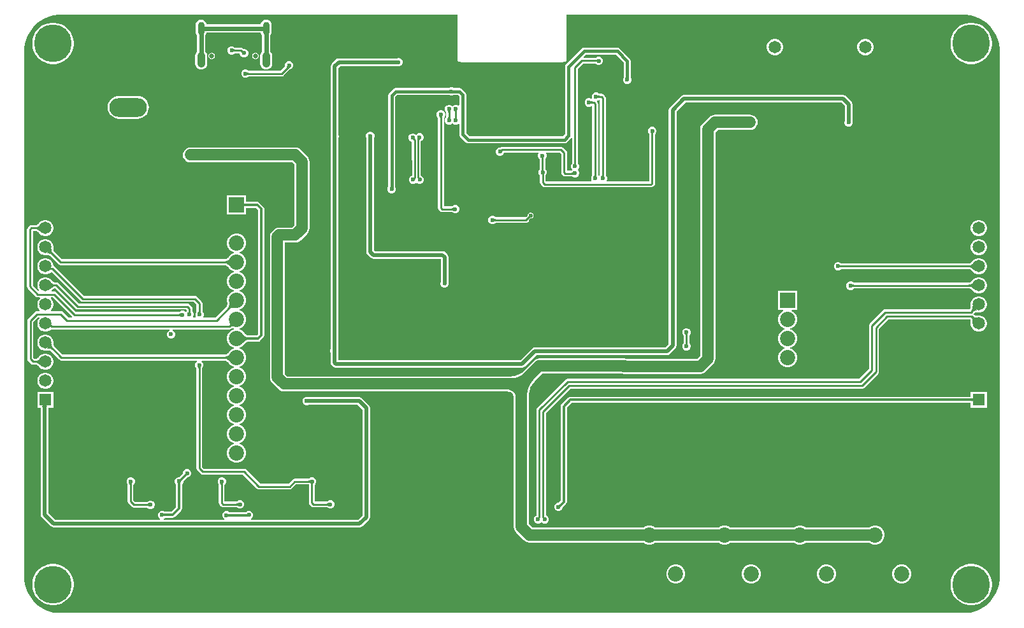
<source format=gbl>
G04*
G04 #@! TF.GenerationSoftware,Altium Limited,Altium Designer,22.8.2 (66)*
G04*
G04 Layer_Physical_Order=2*
G04 Layer_Color=16711680*
%FSAX25Y25*%
%MOIN*%
G70*
G04*
G04 #@! TF.SameCoordinates,48F98BF4-95A5-4A16-9148-CE3FBF4555CD*
G04*
G04*
G04 #@! TF.FilePolarity,Positive*
G04*
G01*
G75*
%ADD12C,0.01181*%
%ADD89C,0.01000*%
%ADD92C,0.02362*%
%ADD93C,0.01575*%
%ADD94C,0.01968*%
%ADD95C,0.05906*%
%ADD98R,0.06496X0.06496*%
%ADD99C,0.06496*%
%ADD100O,0.04134X0.08268*%
%ADD101O,0.03543X0.07087*%
%ADD102C,0.02559*%
%ADD103O,0.19685X0.09843*%
%ADD104O,0.17717X0.08858*%
%ADD105O,0.08858X0.17717*%
%ADD106C,0.19685*%
%ADD107C,0.07972*%
%ADD108R,0.07972X0.07972*%
%ADD109C,0.02362*%
%ADD110C,0.03150*%
G36*
X0613261Y1014862D02*
X0613322Y1014555D01*
X0613496Y1014294D01*
X0613757Y1014120D01*
X0614064Y1014059D01*
X0614841D01*
X0614918Y1013944D01*
X0615248Y1013723D01*
X0615638Y1013646D01*
X0667607D01*
X0667997Y1013723D01*
X0668328Y1013944D01*
X0668405Y1014059D01*
X0669182D01*
X0669489Y1014120D01*
X0669749Y1014294D01*
X0669923Y1014555D01*
X0669984Y1014862D01*
Y1038666D01*
X0877843Y1038666D01*
X0879081D01*
X0881535Y1038342D01*
X0883926Y1037702D01*
X0886213Y1036755D01*
X0888356Y1035517D01*
X0890320Y1034010D01*
X0892070Y1032260D01*
X0893577Y1030296D01*
X0894814Y1028153D01*
X0895762Y1025866D01*
X0896402Y1023475D01*
X0896725Y1021021D01*
X0896725Y1019783D01*
X0896725Y0744193D01*
Y0742955D01*
X0896402Y0740501D01*
X0895762Y0738110D01*
X0894814Y0735823D01*
X0893577Y0733680D01*
X0892070Y0731716D01*
X0890320Y0729966D01*
X0888356Y0728459D01*
X0886213Y0727221D01*
X0883926Y0726274D01*
X0881535Y0725634D01*
X0879081Y0725311D01*
X0877843D01*
X0405402Y0725311D01*
X0404165D01*
X0401711Y0725634D01*
X0399320Y0726274D01*
X0397033Y0727221D01*
X0394889Y0728459D01*
X0392926Y0729966D01*
X0391175Y0731716D01*
X0389668Y0733680D01*
X0388431Y0735823D01*
X0387484Y0738110D01*
X0386843Y0740501D01*
X0386520Y0742955D01*
X0386520Y0744193D01*
X0386520Y1019783D01*
Y1021021D01*
X0386843Y1023475D01*
X0387484Y1025866D01*
X0388431Y1028153D01*
X0389668Y1030296D01*
X0391175Y1032260D01*
X0392926Y1034010D01*
X0394889Y1035517D01*
X0397033Y1036755D01*
X0399320Y1037702D01*
X0401711Y1038342D01*
X0404165Y1038666D01*
X0405402Y1038666D01*
X0613261Y1038666D01*
Y1014862D01*
D02*
G37*
%LPC*%
G36*
X0512961Y1036162D02*
X0512238Y1036066D01*
X0511563Y1035787D01*
X0510985Y1035343D01*
X0510540Y1034764D01*
X0510261Y1034090D01*
X0510225Y1033818D01*
X0481682D01*
X0481646Y1034090D01*
X0481367Y1034764D01*
X0480922Y1035343D01*
X0480343Y1035787D01*
X0479669Y1036066D01*
X0478945Y1036162D01*
X0478222Y1036066D01*
X0477548Y1035787D01*
X0476969Y1035343D01*
X0476524Y1034764D01*
X0476245Y1034090D01*
X0476150Y1033366D01*
Y1029823D01*
X0476245Y1029099D01*
X0476524Y1028425D01*
X0476722Y1028168D01*
Y1019344D01*
X0476267Y1018751D01*
X0475957Y1018005D01*
X0475852Y1017205D01*
Y1013071D01*
X0475957Y1012270D01*
X0476267Y1011524D01*
X0476758Y1010883D01*
X0477399Y1010392D01*
X0478145Y1010083D01*
X0478945Y1009977D01*
X0479746Y1010083D01*
X0480492Y1010392D01*
X0481133Y1010883D01*
X0481625Y1011524D01*
X0481933Y1012270D01*
X0482039Y1013071D01*
Y1017205D01*
X0481933Y1018005D01*
X0481625Y1018751D01*
X0481169Y1019344D01*
Y1028168D01*
X0481367Y1028425D01*
X0481646Y1029099D01*
X0481682Y1029370D01*
X0510225D01*
X0510261Y1029099D01*
X0510540Y1028425D01*
X0510737Y1028168D01*
Y1019344D01*
X0510282Y1018751D01*
X0509973Y1018005D01*
X0509868Y1017205D01*
Y1013071D01*
X0509973Y1012270D01*
X0510282Y1011524D01*
X0510774Y1010883D01*
X0511415Y1010392D01*
X0512161Y1010083D01*
X0512961Y1009977D01*
X0513762Y1010083D01*
X0514508Y1010392D01*
X0515149Y1010883D01*
X0515640Y1011524D01*
X0515949Y1012270D01*
X0516055Y1013071D01*
Y1017205D01*
X0515949Y1018005D01*
X0515640Y1018751D01*
X0515185Y1019344D01*
Y1028168D01*
X0515382Y1028425D01*
X0515662Y1029099D01*
X0515757Y1029823D01*
Y1033366D01*
X0515662Y1034090D01*
X0515382Y1034764D01*
X0514938Y1035343D01*
X0514359Y1035787D01*
X0513685Y1036066D01*
X0512961Y1036162D01*
D02*
G37*
G36*
X0826974Y1026134D02*
X0825856D01*
X0824775Y1025845D01*
X0823806Y1025286D01*
X0823015Y1024495D01*
X0822456Y1023526D01*
X0822167Y1022446D01*
Y1021327D01*
X0822456Y1020247D01*
X0823015Y1019278D01*
X0823806Y1018487D01*
X0824775Y1017928D01*
X0825856Y1017638D01*
X0826974D01*
X0828055Y1017928D01*
X0829023Y1018487D01*
X0829814Y1019278D01*
X0830373Y1020247D01*
X0830663Y1021327D01*
Y1022446D01*
X0830373Y1023526D01*
X0829814Y1024495D01*
X0829023Y1025286D01*
X0828055Y1025845D01*
X0826974Y1026134D01*
D02*
G37*
G36*
X0779730D02*
X0778611D01*
X0777531Y1025845D01*
X0776562Y1025286D01*
X0775771Y1024495D01*
X0775212Y1023526D01*
X0774923Y1022446D01*
Y1021327D01*
X0775212Y1020247D01*
X0775771Y1019278D01*
X0776562Y1018487D01*
X0777531Y1017928D01*
X0778611Y1017638D01*
X0779730D01*
X0780810Y1017928D01*
X0781779Y1018487D01*
X0782570Y1019278D01*
X0783129Y1020247D01*
X0783419Y1021327D01*
Y1022446D01*
X0783129Y1023526D01*
X0782570Y1024495D01*
X0781779Y1025286D01*
X0780810Y1025845D01*
X0779730Y1026134D01*
D02*
G37*
G36*
X0495451Y1022289D02*
X0494583D01*
X0493782Y1021957D01*
X0493168Y1021343D01*
X0492836Y1020542D01*
Y1019674D01*
X0493168Y1018872D01*
X0493782Y1018259D01*
X0494583Y1017927D01*
X0495451D01*
X0496253Y1018259D01*
X0496570Y1018576D01*
X0496597Y1018578D01*
X0499015D01*
X0499210Y1018384D01*
X0499236Y1018350D01*
Y1018274D01*
X0499568Y1017472D01*
X0500182Y1016859D01*
X0500983Y1016527D01*
X0501851D01*
X0502653Y1016859D01*
X0503266Y1017472D01*
X0503598Y1018274D01*
Y1019142D01*
X0503266Y1019943D01*
X0502653Y1020557D01*
X0501851Y1020889D01*
X0501030D01*
X0500730Y1021189D01*
X0500234Y1021521D01*
X0499649Y1021637D01*
X0496597D01*
X0496570Y1021639D01*
X0496253Y1021957D01*
X0495451Y1022289D01*
D02*
G37*
G36*
X0507664Y1018779D02*
X0506998D01*
X0506384Y1018525D01*
X0505913Y1018054D01*
X0505658Y1017439D01*
Y1016773D01*
X0505913Y1016158D01*
X0506384Y1015688D01*
X0506998Y1015433D01*
X0507664D01*
X0508279Y1015688D01*
X0508750Y1016158D01*
X0509005Y1016773D01*
Y1017439D01*
X0508750Y1018054D01*
X0508279Y1018525D01*
X0507664Y1018779D01*
D02*
G37*
G36*
X0484908D02*
X0484243D01*
X0483628Y1018525D01*
X0483157Y1018054D01*
X0482902Y1017439D01*
Y1016773D01*
X0483157Y1016158D01*
X0483628Y1015688D01*
X0484243Y1015433D01*
X0484908D01*
X0485523Y1015688D01*
X0485994Y1016158D01*
X0486249Y1016773D01*
Y1017439D01*
X0485994Y1018054D01*
X0485523Y1018525D01*
X0484908Y1018779D01*
D02*
G37*
G36*
X0882633Y1034563D02*
X0880927D01*
X0879241Y1034296D01*
X0877618Y1033768D01*
X0876097Y1032994D01*
X0874717Y1031991D01*
X0873510Y1030784D01*
X0872507Y1029403D01*
X0871732Y1027882D01*
X0871205Y1026259D01*
X0870938Y1024574D01*
Y1022867D01*
X0871205Y1021181D01*
X0871732Y1019558D01*
X0872507Y1018038D01*
X0873510Y1016657D01*
X0874717Y1015450D01*
X0876097Y1014447D01*
X0877618Y1013672D01*
X0879241Y1013145D01*
X0880927Y1012878D01*
X0882633D01*
X0884319Y1013145D01*
X0885942Y1013672D01*
X0887463Y1014447D01*
X0888844Y1015450D01*
X0890050Y1016657D01*
X0891053Y1018038D01*
X0891828Y1019558D01*
X0892356Y1021181D01*
X0892623Y1022867D01*
Y1024574D01*
X0892356Y1026259D01*
X0891828Y1027882D01*
X0891053Y1029403D01*
X0890050Y1030784D01*
X0888844Y1031991D01*
X0887463Y1032994D01*
X0885942Y1033768D01*
X0884319Y1034296D01*
X0882633Y1034563D01*
D02*
G37*
G36*
X0402318D02*
X0400612D01*
X0398926Y1034296D01*
X0397303Y1033768D01*
X0395782Y1032994D01*
X0394402Y1031991D01*
X0393195Y1030784D01*
X0392192Y1029403D01*
X0391417Y1027882D01*
X0390890Y1026259D01*
X0390623Y1024574D01*
Y1022867D01*
X0390890Y1021181D01*
X0391417Y1019558D01*
X0392192Y1018038D01*
X0393195Y1016657D01*
X0394402Y1015450D01*
X0395782Y1014447D01*
X0397303Y1013672D01*
X0398926Y1013145D01*
X0400612Y1012878D01*
X0402318D01*
X0404004Y1013145D01*
X0405627Y1013672D01*
X0407148Y1014447D01*
X0408529Y1015450D01*
X0409735Y1016657D01*
X0410739Y1018038D01*
X0411513Y1019558D01*
X0412041Y1021181D01*
X0412308Y1022867D01*
Y1024574D01*
X0412041Y1026259D01*
X0411513Y1027882D01*
X0410739Y1029403D01*
X0409735Y1030784D01*
X0408529Y1031991D01*
X0407148Y1032994D01*
X0405627Y1033768D01*
X0404004Y1034296D01*
X0402318Y1034563D01*
D02*
G37*
G36*
X0582551Y1016089D02*
X0581683D01*
X0581302Y1015931D01*
X0551017D01*
X0550243Y1015777D01*
X0549587Y1015338D01*
X0547387Y1013138D01*
X0546948Y1012482D01*
X0546794Y1011708D01*
Y0975923D01*
X0546636Y0975542D01*
Y0974674D01*
X0546744Y0974413D01*
Y0863644D01*
X0546536Y0863142D01*
Y0862274D01*
X0546694Y0861893D01*
Y0856493D01*
X0546848Y0855719D01*
X0547287Y0855063D01*
X0547872Y0854477D01*
X0548529Y0854039D01*
X0549303Y0853885D01*
X0646917D01*
X0647691Y0854039D01*
X0648348Y0854477D01*
X0654355Y0860485D01*
X0722817D01*
X0723591Y0860639D01*
X0724248Y0861077D01*
X0727048Y0863877D01*
X0727486Y0864534D01*
X0727640Y0865308D01*
Y0987970D01*
X0732355Y0992685D01*
X0814079D01*
X0815694Y0991070D01*
Y0983123D01*
X0815536Y0982742D01*
Y0981874D01*
X0815868Y0981072D01*
X0816482Y0980459D01*
X0817283Y0980127D01*
X0818151D01*
X0818953Y0980459D01*
X0819566Y0981072D01*
X0819898Y0981874D01*
Y0982742D01*
X0819740Y0983123D01*
Y0991908D01*
X0819586Y0992682D01*
X0819148Y0993338D01*
X0816348Y0996138D01*
X0815691Y0996577D01*
X0814917Y0996731D01*
X0731517D01*
X0730743Y0996577D01*
X0730087Y0996138D01*
X0724187Y0990238D01*
X0723748Y0989582D01*
X0723594Y0988808D01*
Y0866146D01*
X0721979Y0864531D01*
X0653517D01*
X0652743Y0864377D01*
X0652087Y0863938D01*
X0646079Y0857931D01*
X0550740D01*
Y0861893D01*
X0550898Y0862274D01*
Y0863142D01*
X0550790Y0863402D01*
Y0974172D01*
X0550998Y0974674D01*
Y0975542D01*
X0550840Y0975923D01*
Y1010870D01*
X0551855Y1011885D01*
X0581302D01*
X0581683Y1011727D01*
X0582551D01*
X0583353Y1012059D01*
X0583966Y1012672D01*
X0584298Y1013474D01*
Y1014342D01*
X0583966Y1015143D01*
X0583353Y1015757D01*
X0582551Y1016089D01*
D02*
G37*
G36*
X0525451Y1014389D02*
X0524583D01*
X0523782Y1014057D01*
X0523168Y1013443D01*
X0522836Y1012642D01*
Y1011890D01*
X0520384Y1009437D01*
X0503697D01*
X0503670Y1009439D01*
X0503353Y1009757D01*
X0502551Y1010089D01*
X0501683D01*
X0500882Y1009757D01*
X0500268Y1009143D01*
X0499936Y1008342D01*
Y1007474D01*
X0500268Y1006672D01*
X0500882Y1006059D01*
X0501683Y1005727D01*
X0502551D01*
X0503353Y1006059D01*
X0503670Y1006376D01*
X0503697Y1006378D01*
X0521017D01*
X0521602Y1006495D01*
X0522099Y1006826D01*
X0525257Y1009984D01*
X0525307Y1010027D01*
X0525451D01*
X0526253Y1010359D01*
X0526866Y1010972D01*
X0527198Y1011774D01*
Y1012642D01*
X0526866Y1013443D01*
X0526253Y1014057D01*
X0525451Y1014389D01*
D02*
G37*
G36*
X0696617Y1021530D02*
X0696617Y1021530D01*
X0679417D01*
X0678720Y1021391D01*
X0678128Y1020996D01*
X0678128Y1020996D01*
X0669829Y1012696D01*
X0669433Y1012105D01*
X0669295Y1011408D01*
X0669295Y1011408D01*
Y0976063D01*
X0668262Y0975030D01*
X0619472D01*
X0617640Y0976863D01*
Y0996908D01*
X0617501Y0997605D01*
X0617106Y0998196D01*
X0617106Y0998196D01*
X0615406Y0999896D01*
X0614815Y1000292D01*
X0614117Y1000430D01*
X0614117Y1000430D01*
X0611179D01*
X0611153Y1000457D01*
X0610351Y1000789D01*
X0609483D01*
X0608682Y1000457D01*
X0608655Y1000430D01*
X0580617D01*
X0580617Y1000430D01*
X0579920Y1000292D01*
X0579328Y0999896D01*
X0579328Y0999896D01*
X0577328Y0997896D01*
X0576933Y0997305D01*
X0576795Y0996608D01*
X0576795Y0996608D01*
Y0948670D01*
X0576768Y0948643D01*
X0576436Y0947842D01*
Y0946974D01*
X0576768Y0946172D01*
X0577382Y0945559D01*
X0578183Y0945227D01*
X0579051D01*
X0579853Y0945559D01*
X0580466Y0946172D01*
X0580798Y0946974D01*
Y0947842D01*
X0580466Y0948643D01*
X0580440Y0948670D01*
Y0995853D01*
X0581372Y0996785D01*
X0608655D01*
X0608682Y0996759D01*
X0609483Y0996427D01*
X0610351D01*
X0611153Y0996759D01*
X0611179Y0996785D01*
X0613362D01*
X0613995Y0996153D01*
Y0991368D01*
X0613533Y0991177D01*
X0613453Y0991257D01*
X0612651Y0991589D01*
X0611783D01*
X0610982Y0991257D01*
X0610467Y0990742D01*
X0609953Y0991257D01*
X0609151Y0991589D01*
X0608283D01*
X0607482Y0991257D01*
X0606868Y0990643D01*
X0606536Y0989842D01*
Y0988974D01*
X0606868Y0988172D01*
X0607186Y0987854D01*
X0607188Y0987828D01*
Y0984987D01*
X0607186Y0984961D01*
X0606868Y0984643D01*
X0606536Y0983842D01*
Y0982974D01*
X0606868Y0982172D01*
X0607482Y0981559D01*
X0608283Y0981227D01*
X0609151D01*
X0609953Y0981559D01*
X0610417Y0982023D01*
X0610882Y0981559D01*
X0611683Y0981227D01*
X0612551D01*
X0613353Y0981559D01*
X0613495Y0981701D01*
X0613995Y0981494D01*
Y0976108D01*
X0613995Y0976108D01*
X0614134Y0975410D01*
X0614529Y0974819D01*
X0617428Y0971919D01*
X0618020Y0971524D01*
X0618717Y0971385D01*
X0618717Y0971385D01*
X0669017D01*
X0669017Y0971385D01*
X0669715Y0971524D01*
X0670306Y0971919D01*
X0672406Y0974019D01*
X0672406Y0974019D01*
X0672488Y0974142D01*
X0672988Y0973990D01*
Y0960887D01*
X0672986Y0960861D01*
X0672668Y0960543D01*
X0672336Y0959742D01*
Y0958874D01*
X0672668Y0958072D01*
X0673183Y0957558D01*
X0672701Y0957076D01*
X0670447D01*
Y0966308D01*
X0670330Y0966893D01*
X0669999Y0967389D01*
X0668199Y0969189D01*
X0667702Y0969521D01*
X0667117Y0969637D01*
X0636590D01*
X0636005Y0969521D01*
X0635509Y0969189D01*
X0635509Y0969189D01*
X0634890D01*
X0634088Y0968857D01*
X0633474Y0968243D01*
X0633142Y0967442D01*
Y0966574D01*
X0633474Y0965772D01*
X0634088Y0965159D01*
X0634890Y0964827D01*
X0635757D01*
X0636559Y0965159D01*
X0637173Y0965772D01*
X0637505Y0966574D01*
Y0966578D01*
X0655350D01*
X0655541Y0966078D01*
X0655236Y0965342D01*
Y0964474D01*
X0655568Y0963672D01*
X0656038Y0963203D01*
Y0957672D01*
X0656031Y0957606D01*
X0655868Y0957443D01*
X0655536Y0956642D01*
Y0955774D01*
X0655868Y0954972D01*
X0656188Y0954653D01*
Y0950908D01*
X0656304Y0950323D01*
X0656636Y0949826D01*
X0657636Y0948826D01*
X0658132Y0948495D01*
X0658717Y0948378D01*
X0714331D01*
X0714917Y0948495D01*
X0715413Y0948826D01*
X0715999Y0949412D01*
X0716330Y0949908D01*
X0716447Y0950494D01*
Y0976153D01*
X0716866Y0976572D01*
X0717198Y0977374D01*
Y0978242D01*
X0716866Y0979043D01*
X0716253Y0979657D01*
X0715451Y0979989D01*
X0714583D01*
X0713782Y0979657D01*
X0713168Y0979043D01*
X0712836Y0978242D01*
Y0977374D01*
X0713168Y0976572D01*
X0713388Y0976353D01*
Y0951437D01*
X0691284D01*
X0691035Y0951937D01*
X0691298Y0952574D01*
Y0953442D01*
X0690966Y0954243D01*
X0690649Y0954561D01*
X0690647Y0954587D01*
Y0995222D01*
X0690530Y0995807D01*
X0690199Y0996303D01*
X0689613Y0996889D01*
X0689117Y0997221D01*
X0688531Y0997337D01*
X0687097D01*
X0687070Y0997339D01*
X0686753Y0997657D01*
X0685951Y0997989D01*
X0685083D01*
X0684282Y0997657D01*
X0683668Y0997043D01*
X0683336Y0996242D01*
Y0995374D01*
X0683543Y0994873D01*
X0683120Y0994590D01*
X0683053Y0994657D01*
X0682251Y0994989D01*
X0681383D01*
X0680582Y0994657D01*
X0679968Y0994043D01*
X0679636Y0993242D01*
Y0992374D01*
X0679968Y0991572D01*
X0680582Y0990959D01*
X0681383Y0990627D01*
X0682251D01*
X0683053Y0990959D01*
X0683088Y0990994D01*
X0683588Y0990787D01*
Y0954687D01*
X0683586Y0954661D01*
X0683268Y0954343D01*
X0682936Y0953542D01*
Y0952674D01*
X0683241Y0951937D01*
X0683050Y0951437D01*
X0659351D01*
X0659247Y0951541D01*
Y0954653D01*
X0659566Y0954972D01*
X0659898Y0955774D01*
Y0956642D01*
X0659566Y0957443D01*
X0659097Y0957913D01*
Y0963443D01*
X0659103Y0963509D01*
X0659266Y0963672D01*
X0659598Y0964474D01*
Y0965342D01*
X0659293Y0966078D01*
X0659484Y0966578D01*
X0666484D01*
X0667388Y0965674D01*
Y0956133D01*
X0667504Y0955548D01*
X0667836Y0955052D01*
X0668422Y0954466D01*
X0668918Y0954134D01*
X0669503Y0954018D01*
X0673186D01*
X0673228Y0954013D01*
X0673282Y0953959D01*
X0674083Y0953627D01*
X0674951D01*
X0675753Y0953959D01*
X0676366Y0954572D01*
X0676698Y0955374D01*
Y0956242D01*
X0676366Y0957043D01*
X0675852Y0957558D01*
X0676366Y0958072D01*
X0676698Y0958874D01*
Y0959742D01*
X0676366Y0960543D01*
X0676049Y0960861D01*
X0676047Y0960887D01*
Y1010574D01*
X0678651Y1013178D01*
X0685362D01*
X0685782Y1012759D01*
X0686583Y1012427D01*
X0687451D01*
X0688253Y1012759D01*
X0688866Y1013372D01*
X0689198Y1014174D01*
Y1015042D01*
X0688866Y1015843D01*
X0688253Y1016457D01*
X0687451Y1016789D01*
X0686583D01*
X0685782Y1016457D01*
X0685570Y1016245D01*
X0685473Y1016237D01*
X0679177D01*
X0678986Y1016699D01*
X0680172Y1017885D01*
X0695862D01*
X0699995Y1013753D01*
Y1005970D01*
X0699968Y1005943D01*
X0699636Y1005142D01*
Y1004274D01*
X0699968Y1003472D01*
X0700582Y1002859D01*
X0701383Y1002527D01*
X0702251D01*
X0703053Y1002859D01*
X0703666Y1003472D01*
X0703998Y1004274D01*
Y1005142D01*
X0703666Y1005943D01*
X0703640Y1005970D01*
Y1014508D01*
X0703640Y1014508D01*
X0703501Y1015205D01*
X0703106Y1015796D01*
X0703106Y1015796D01*
X0697906Y1020996D01*
X0697315Y1021391D01*
X0696617Y1021530D01*
D02*
G37*
G36*
X0445756Y0996206D02*
X0435914D01*
X0434753Y0996091D01*
X0433637Y0995753D01*
X0432608Y0995203D01*
X0431707Y0994463D01*
X0430967Y0993561D01*
X0430417Y0992533D01*
X0430078Y0991417D01*
X0429964Y0990256D01*
X0430078Y0989095D01*
X0430417Y0987979D01*
X0430967Y0986950D01*
X0431707Y0986049D01*
X0432608Y0985309D01*
X0433637Y0984759D01*
X0434753Y0984420D01*
X0435914Y0984306D01*
X0445756D01*
X0446917Y0984420D01*
X0448034Y0984759D01*
X0449062Y0985309D01*
X0449964Y0986049D01*
X0450704Y0986950D01*
X0451254Y0987979D01*
X0451592Y0989095D01*
X0451707Y0990256D01*
X0451592Y0991417D01*
X0451254Y0992533D01*
X0450704Y0993561D01*
X0449964Y0994463D01*
X0449062Y0995203D01*
X0448034Y0995753D01*
X0446917Y0996091D01*
X0445756Y0996206D01*
D02*
G37*
G36*
X0593651Y0976689D02*
X0592783D01*
X0591982Y0976357D01*
X0591417Y0975792D01*
X0590953Y0976257D01*
X0590151Y0976589D01*
X0589283D01*
X0588482Y0976257D01*
X0587868Y0975643D01*
X0587536Y0974842D01*
Y0973974D01*
X0587868Y0973172D01*
X0588482Y0972559D01*
X0589262Y0972235D01*
Y0962646D01*
X0589288Y0962516D01*
Y0954449D01*
X0588582Y0954157D01*
X0587968Y0953543D01*
X0587636Y0952742D01*
Y0951874D01*
X0587968Y0951072D01*
X0588582Y0950459D01*
X0589383Y0950127D01*
X0590251D01*
X0591053Y0950459D01*
X0591567Y0950973D01*
X0592082Y0950459D01*
X0592883Y0950127D01*
X0593751D01*
X0594553Y0950459D01*
X0595166Y0951072D01*
X0595498Y0951874D01*
Y0952742D01*
X0595166Y0953543D01*
X0594553Y0954157D01*
X0593847Y0954449D01*
Y0963241D01*
X0593821Y0963371D01*
Y0972397D01*
X0594453Y0972659D01*
X0595066Y0973272D01*
X0595398Y0974074D01*
Y0974942D01*
X0595066Y0975743D01*
X0594453Y0976357D01*
X0593651Y0976689D01*
D02*
G37*
G36*
X0604851Y0988689D02*
X0603983D01*
X0603182Y0988357D01*
X0602568Y0987743D01*
X0602236Y0986942D01*
Y0986074D01*
X0602568Y0985272D01*
X0602886Y0984954D01*
X0602888Y0984928D01*
Y0937494D01*
X0603004Y0936908D01*
X0603336Y0936412D01*
X0603922Y0935826D01*
X0604418Y0935495D01*
X0605003Y0935378D01*
X0610338D01*
X0610364Y0935376D01*
X0610682Y0935059D01*
X0611483Y0934727D01*
X0612351D01*
X0613153Y0935059D01*
X0613766Y0935672D01*
X0614098Y0936474D01*
Y0937342D01*
X0613766Y0938143D01*
X0613153Y0938757D01*
X0612351Y0939089D01*
X0611483D01*
X0610682Y0938757D01*
X0610364Y0938439D01*
X0610338Y0938437D01*
X0605947D01*
Y0984928D01*
X0605948Y0984954D01*
X0606266Y0985272D01*
X0606598Y0986074D01*
Y0986942D01*
X0606266Y0987743D01*
X0605653Y0988357D01*
X0604851Y0988689D01*
D02*
G37*
G36*
X0651630Y0935183D02*
X0651004D01*
X0650425Y0934943D01*
X0649982Y0934500D01*
X0649742Y0933921D01*
Y0933490D01*
X0649722Y0933441D01*
X0649725Y0933432D01*
X0649722Y0933423D01*
X0649723Y0933413D01*
X0649722Y0933410D01*
X0649711Y0933385D01*
X0649690Y0933346D01*
X0649656Y0933295D01*
X0649614Y0933238D01*
X0649482Y0933085D01*
X0649400Y0933000D01*
X0649386Y0932965D01*
X0649118Y0932697D01*
X0648917Y0932737D01*
X0632997D01*
X0632970Y0932739D01*
X0632653Y0933057D01*
X0631851Y0933389D01*
X0630983D01*
X0630182Y0933057D01*
X0629568Y0932443D01*
X0629236Y0931642D01*
Y0930774D01*
X0629568Y0929972D01*
X0630182Y0929359D01*
X0630983Y0929027D01*
X0631851D01*
X0632653Y0929359D01*
X0632970Y0929676D01*
X0632997Y0929678D01*
X0648917D01*
X0649502Y0929795D01*
X0649999Y0930126D01*
X0650330Y0930622D01*
X0650447Y0931208D01*
X0650407Y0931409D01*
X0650675Y0931677D01*
X0650709Y0931690D01*
X0650794Y0931773D01*
X0650947Y0931905D01*
X0651004Y0931947D01*
X0651055Y0931980D01*
X0651095Y0932002D01*
X0651120Y0932012D01*
X0651122Y0932013D01*
X0651133Y0932013D01*
X0651141Y0932016D01*
X0651150Y0932012D01*
X0651200Y0932033D01*
X0651630D01*
X0652209Y0932273D01*
X0652652Y0932716D01*
X0652892Y0933294D01*
Y0933921D01*
X0652652Y0934500D01*
X0652209Y0934943D01*
X0651630Y0935183D01*
D02*
G37*
G36*
X0886276Y0931236D02*
X0885158D01*
X0884077Y0930947D01*
X0883109Y0930387D01*
X0882318Y0929596D01*
X0881759Y0928628D01*
X0881469Y0927547D01*
Y0926429D01*
X0881759Y0925348D01*
X0882318Y0924380D01*
X0883109Y0923589D01*
X0884077Y0923030D01*
X0885158Y0922740D01*
X0886276D01*
X0887357Y0923030D01*
X0888326Y0923589D01*
X0889116Y0924380D01*
X0889676Y0925348D01*
X0889965Y0926429D01*
Y0927547D01*
X0889676Y0928628D01*
X0889116Y0929596D01*
X0888326Y0930387D01*
X0887357Y0930947D01*
X0886276Y0931236D01*
D02*
G37*
G36*
X0502554Y0944100D02*
X0492581D01*
Y0934128D01*
X0502554D01*
Y0937492D01*
X0507739D01*
X0508795Y0936436D01*
Y0871480D01*
X0508052Y0870736D01*
X0503700D01*
X0503652Y0870738D01*
X0503413Y0870776D01*
X0503181Y0870838D01*
X0502952Y0870926D01*
X0502725Y0871041D01*
X0502497Y0871187D01*
X0502267Y0871366D01*
X0502036Y0871579D01*
X0501804Y0871830D01*
X0501638Y0872037D01*
X0501557Y0872176D01*
X0500629Y0873104D01*
X0499492Y0873761D01*
X0499138Y0873855D01*
Y0874373D01*
X0499492Y0874468D01*
X0500629Y0875124D01*
X0501557Y0876052D01*
X0502214Y0877190D01*
X0502554Y0878458D01*
Y0879770D01*
X0502214Y0881039D01*
X0501557Y0882176D01*
X0500629Y0883104D01*
X0499492Y0883761D01*
X0499138Y0883855D01*
Y0884373D01*
X0499492Y0884468D01*
X0500629Y0885124D01*
X0501557Y0886053D01*
X0502214Y0887189D01*
X0502554Y0888458D01*
Y0889771D01*
X0502214Y0891039D01*
X0501557Y0892176D01*
X0500629Y0893104D01*
X0499492Y0893760D01*
X0499138Y0893855D01*
Y0894373D01*
X0499492Y0894468D01*
X0500629Y0895124D01*
X0501557Y0896052D01*
X0502214Y0897190D01*
X0502554Y0898458D01*
Y0899771D01*
X0502214Y0901039D01*
X0501557Y0902176D01*
X0500629Y0903104D01*
X0499492Y0903761D01*
X0499138Y0903855D01*
Y0904373D01*
X0499492Y0904468D01*
X0500629Y0905124D01*
X0501557Y0906052D01*
X0502214Y0907189D01*
X0502554Y0908458D01*
Y0909770D01*
X0502214Y0911039D01*
X0501557Y0912176D01*
X0500629Y0913104D01*
X0499492Y0913760D01*
X0499138Y0913855D01*
Y0914373D01*
X0499492Y0914468D01*
X0500629Y0915124D01*
X0501557Y0916053D01*
X0502214Y0917190D01*
X0502554Y0918458D01*
Y0919771D01*
X0502214Y0921039D01*
X0501557Y0922176D01*
X0500629Y0923104D01*
X0499492Y0923761D01*
X0498224Y0924100D01*
X0496911D01*
X0495643Y0923761D01*
X0494506Y0923104D01*
X0493578Y0922176D01*
X0492921Y0921039D01*
X0492581Y0919771D01*
Y0918458D01*
X0492921Y0917190D01*
X0493578Y0916053D01*
X0494506Y0915124D01*
X0495643Y0914468D01*
X0495997Y0914373D01*
Y0913855D01*
X0495643Y0913760D01*
X0494506Y0913104D01*
X0493578Y0912176D01*
X0493496Y0912035D01*
X0493316Y0911809D01*
X0493070Y0911539D01*
X0492828Y0911310D01*
X0492589Y0911119D01*
X0492356Y0910963D01*
X0492127Y0910841D01*
X0491903Y0910750D01*
X0491679Y0910686D01*
X0491453Y0910648D01*
X0491371Y0910643D01*
X0406036D01*
X0402136Y0914543D01*
X0402125Y0914555D01*
X0402018Y0914701D01*
X0401929Y0914854D01*
X0401855Y0915018D01*
X0401795Y0915197D01*
X0401751Y0915393D01*
X0401723Y0915608D01*
X0401713Y0915845D01*
X0401723Y0916104D01*
X0401746Y0916316D01*
X0401776Y0916429D01*
Y0917547D01*
X0401487Y0918628D01*
X0400927Y0919596D01*
X0400137Y0920387D01*
X0399168Y0920947D01*
X0398087Y0921236D01*
X0396969D01*
X0395888Y0920947D01*
X0394920Y0920387D01*
X0394129Y0919596D01*
X0393570Y0918628D01*
X0393280Y0917547D01*
Y0916429D01*
X0393570Y0915348D01*
X0394129Y0914380D01*
X0394920Y0913589D01*
X0395888Y0913029D01*
X0396969Y0912740D01*
X0398087D01*
X0398200Y0912770D01*
X0398412Y0912793D01*
X0398672Y0912803D01*
X0398908Y0912793D01*
X0399124Y0912765D01*
X0399319Y0912721D01*
X0399498Y0912662D01*
X0399662Y0912588D01*
X0399815Y0912498D01*
X0399961Y0912391D01*
X0399973Y0912380D01*
X0404321Y0908033D01*
X0404817Y0907701D01*
X0405402Y0907585D01*
X0491371D01*
X0491453Y0907580D01*
X0491679Y0907542D01*
X0491903Y0907479D01*
X0492127Y0907387D01*
X0492356Y0907265D01*
X0492590Y0907110D01*
X0492828Y0906918D01*
X0493070Y0906689D01*
X0493316Y0906419D01*
X0493496Y0906193D01*
X0493578Y0906052D01*
X0494506Y0905124D01*
X0495643Y0904468D01*
X0495997Y0904373D01*
Y0903855D01*
X0495643Y0903761D01*
X0494506Y0903104D01*
X0493578Y0902176D01*
X0492921Y0901039D01*
X0492581Y0899771D01*
Y0898458D01*
X0492921Y0897190D01*
X0493578Y0896052D01*
X0494506Y0895124D01*
X0495643Y0894468D01*
X0495997Y0894373D01*
Y0893855D01*
X0495643Y0893760D01*
X0494506Y0893104D01*
X0493578Y0892176D01*
X0492921Y0891039D01*
X0492581Y0889771D01*
Y0888458D01*
X0492623Y0888301D01*
X0492656Y0888013D01*
X0492672Y0887649D01*
X0492663Y0887315D01*
X0492630Y0887011D01*
X0492575Y0886736D01*
X0492500Y0886489D01*
X0492405Y0886265D01*
X0492292Y0886061D01*
X0492159Y0885875D01*
X0492105Y0885814D01*
X0486428Y0880137D01*
X0480284D01*
X0480034Y0880637D01*
X0480298Y0881274D01*
Y0882142D01*
X0479966Y0882943D01*
X0479648Y0883261D01*
X0479647Y0883287D01*
Y0887408D01*
X0479530Y0887993D01*
X0479199Y0888489D01*
X0476699Y0890989D01*
X0476202Y0891321D01*
X0475617Y0891437D01*
X0417751D01*
X0402170Y0907018D01*
X0401776Y0907281D01*
Y0907547D01*
X0401487Y0908628D01*
X0400927Y0909596D01*
X0400137Y0910387D01*
X0399168Y0910947D01*
X0398087Y0911236D01*
X0396969D01*
X0395888Y0910947D01*
X0394920Y0910387D01*
X0394129Y0909596D01*
X0393570Y0908628D01*
X0393280Y0907547D01*
Y0906429D01*
X0393570Y0905348D01*
X0394129Y0904380D01*
X0394920Y0903589D01*
X0395888Y0903030D01*
X0396969Y0902740D01*
X0398087D01*
X0399168Y0903030D01*
X0400137Y0903589D01*
X0400705Y0904157D01*
X0416036Y0888826D01*
X0416532Y0888495D01*
X0417117Y0888378D01*
X0474984D01*
X0476588Y0886774D01*
Y0883287D01*
X0476586Y0883261D01*
X0476268Y0882943D01*
X0475936Y0882142D01*
Y0881274D01*
X0476200Y0880637D01*
X0475950Y0880137D01*
X0474984D01*
X0474793Y0880637D01*
X0475098Y0881374D01*
Y0882242D01*
X0474766Y0883043D01*
X0474448Y0883361D01*
X0474447Y0883387D01*
Y0884708D01*
X0474330Y0885293D01*
X0473999Y0885789D01*
X0472799Y0886989D01*
X0472302Y0887321D01*
X0471717Y0887437D01*
X0414951D01*
X0404318Y0898069D01*
X0403822Y0898401D01*
X0403237Y0898518D01*
X0402515D01*
X0402499Y0898518D01*
X0402320Y0898546D01*
X0402149Y0898591D01*
X0401980Y0898655D01*
X0401812Y0898739D01*
X0401643Y0898846D01*
X0401471Y0898979D01*
X0401296Y0899139D01*
X0401120Y0899329D01*
X0400986Y0899495D01*
X0400927Y0899596D01*
X0400137Y0900387D01*
X0399168Y0900947D01*
X0398087Y0901236D01*
X0396969D01*
X0395888Y0900947D01*
X0394920Y0900387D01*
X0394129Y0899596D01*
X0393570Y0898628D01*
X0393280Y0897547D01*
Y0896429D01*
X0393570Y0895348D01*
X0394011Y0894584D01*
X0393611Y0894277D01*
X0390947Y0896941D01*
Y0925459D01*
X0392541D01*
X0392558Y0925458D01*
X0392736Y0925430D01*
X0392908Y0925385D01*
X0393076Y0925321D01*
X0393244Y0925237D01*
X0393414Y0925130D01*
X0393586Y0924997D01*
X0393760Y0924837D01*
X0393937Y0924647D01*
X0394071Y0924481D01*
X0394129Y0924380D01*
X0394920Y0923589D01*
X0395888Y0923030D01*
X0396969Y0922740D01*
X0398087D01*
X0399168Y0923030D01*
X0400137Y0923589D01*
X0400927Y0924380D01*
X0401487Y0925348D01*
X0401776Y0926429D01*
Y0927547D01*
X0401487Y0928628D01*
X0400927Y0929596D01*
X0400137Y0930387D01*
X0399168Y0930947D01*
X0398087Y0931236D01*
X0396969D01*
X0395888Y0930947D01*
X0394920Y0930387D01*
X0394129Y0929596D01*
X0394071Y0929495D01*
X0393937Y0929329D01*
X0393760Y0929139D01*
X0393586Y0928979D01*
X0393414Y0928846D01*
X0393244Y0928739D01*
X0393076Y0928655D01*
X0392908Y0928591D01*
X0392736Y0928546D01*
X0392558Y0928518D01*
X0392541Y0928518D01*
X0390217D01*
X0389632Y0928401D01*
X0389136Y0928069D01*
X0388336Y0927269D01*
X0388004Y0926773D01*
X0387888Y0926188D01*
Y0896308D01*
X0388004Y0895722D01*
X0388336Y0895226D01*
X0392403Y0891159D01*
X0392900Y0890827D01*
X0393485Y0890711D01*
X0394536D01*
X0394743Y0890211D01*
X0394129Y0889596D01*
X0393570Y0888628D01*
X0393280Y0887547D01*
Y0886429D01*
X0393570Y0885348D01*
X0394129Y0884380D01*
X0394571Y0883937D01*
X0394364Y0883437D01*
X0393017D01*
X0392432Y0883321D01*
X0391936Y0882989D01*
X0388536Y0879589D01*
X0388204Y0879093D01*
X0388088Y0878508D01*
Y0858408D01*
X0388204Y0857823D01*
X0388536Y0857326D01*
X0389955Y0855907D01*
X0390452Y0855575D01*
X0391037Y0855459D01*
X0392541D01*
X0392558Y0855458D01*
X0392736Y0855431D01*
X0392908Y0855385D01*
X0393076Y0855321D01*
X0393244Y0855237D01*
X0393414Y0855130D01*
X0393586Y0854997D01*
X0393760Y0854837D01*
X0393937Y0854647D01*
X0394071Y0854481D01*
X0394129Y0854380D01*
X0394920Y0853589D01*
X0395888Y0853030D01*
X0396969Y0852740D01*
X0398087D01*
X0399168Y0853030D01*
X0400137Y0853589D01*
X0400927Y0854380D01*
X0401487Y0855348D01*
X0401776Y0856429D01*
Y0857547D01*
X0401487Y0858628D01*
X0400927Y0859596D01*
X0400137Y0860387D01*
X0399168Y0860947D01*
X0398087Y0861236D01*
X0396969D01*
X0395888Y0860947D01*
X0394920Y0860387D01*
X0394129Y0859596D01*
X0394071Y0859495D01*
X0393937Y0859329D01*
X0393760Y0859139D01*
X0393586Y0858979D01*
X0393414Y0858846D01*
X0393244Y0858739D01*
X0393076Y0858655D01*
X0392908Y0858591D01*
X0392736Y0858546D01*
X0392558Y0858518D01*
X0392541Y0858517D01*
X0391670D01*
X0391147Y0859041D01*
Y0877874D01*
X0393651Y0880378D01*
X0394258D01*
X0394449Y0879916D01*
X0394129Y0879596D01*
X0393570Y0878628D01*
X0393280Y0877547D01*
Y0876429D01*
X0393570Y0875348D01*
X0394129Y0874380D01*
X0394920Y0873589D01*
X0395888Y0873030D01*
X0396969Y0872740D01*
X0398087D01*
X0399168Y0873030D01*
X0400137Y0873589D01*
X0400454Y0873907D01*
X0400596Y0873878D01*
X0462417D01*
X0462517Y0873378D01*
X0461982Y0873157D01*
X0461368Y0872543D01*
X0461036Y0871742D01*
Y0870874D01*
X0461368Y0870072D01*
X0461982Y0869459D01*
X0462783Y0869127D01*
X0463651D01*
X0464453Y0869459D01*
X0465066Y0870072D01*
X0465398Y0870874D01*
Y0871742D01*
X0465066Y0872543D01*
X0464453Y0873157D01*
X0463918Y0873378D01*
X0464017Y0873878D01*
X0493861D01*
X0494447Y0873995D01*
X0494943Y0874326D01*
X0495083Y0874467D01*
X0495157Y0874526D01*
X0495241Y0874583D01*
X0495303Y0874616D01*
X0495339Y0874630D01*
X0495391Y0874609D01*
X0495403Y0874606D01*
X0495643Y0874468D01*
X0495997Y0874373D01*
Y0873855D01*
X0495643Y0873761D01*
X0494506Y0873104D01*
X0493578Y0872176D01*
X0492921Y0871039D01*
X0492581Y0869771D01*
Y0868458D01*
X0492921Y0867190D01*
X0493578Y0866053D01*
X0494506Y0865124D01*
X0495643Y0864468D01*
X0495997Y0864373D01*
Y0863855D01*
X0495643Y0863760D01*
X0494506Y0863104D01*
X0493578Y0862176D01*
X0493496Y0862035D01*
X0493316Y0861809D01*
X0493070Y0861539D01*
X0492828Y0861310D01*
X0492589Y0861119D01*
X0492356Y0860963D01*
X0492127Y0860841D01*
X0491903Y0860750D01*
X0491679Y0860686D01*
X0491453Y0860648D01*
X0491371Y0860643D01*
X0406544D01*
X0402329Y0864858D01*
X0402325Y0864863D01*
X0402213Y0865013D01*
X0402114Y0865176D01*
X0402028Y0865355D01*
X0401953Y0865552D01*
X0401891Y0865768D01*
X0401843Y0866007D01*
X0401810Y0866267D01*
X0401793Y0866551D01*
X0401794Y0866885D01*
X0401783Y0866942D01*
X0401788Y0867000D01*
X0401776Y0867038D01*
Y0867547D01*
X0401487Y0868628D01*
X0400927Y0869596D01*
X0400137Y0870387D01*
X0399168Y0870947D01*
X0398087Y0871236D01*
X0396969D01*
X0395888Y0870947D01*
X0394920Y0870387D01*
X0394129Y0869596D01*
X0393570Y0868628D01*
X0393280Y0867547D01*
Y0866429D01*
X0393570Y0865348D01*
X0394129Y0864380D01*
X0394920Y0863589D01*
X0395888Y0863029D01*
X0396969Y0862740D01*
X0398087D01*
X0398431Y0862832D01*
X0398454Y0862830D01*
X0398505Y0862846D01*
X0398558Y0862847D01*
X0398850Y0862911D01*
X0399082Y0862942D01*
X0399292Y0862950D01*
X0399481Y0862939D01*
X0399652Y0862910D01*
X0399809Y0862865D01*
X0399957Y0862803D01*
X0400099Y0862722D01*
X0400240Y0862621D01*
X0400257Y0862605D01*
X0404829Y0858033D01*
X0405326Y0857701D01*
X0405911Y0857585D01*
X0476750D01*
X0476849Y0857085D01*
X0476782Y0857057D01*
X0476168Y0856443D01*
X0475836Y0855642D01*
Y0854774D01*
X0476168Y0853972D01*
X0476486Y0853654D01*
X0476488Y0853628D01*
Y0801208D01*
X0476604Y0800622D01*
X0476936Y0800126D01*
X0478836Y0798226D01*
X0479332Y0797895D01*
X0479917Y0797778D01*
X0500884D01*
X0508136Y0790526D01*
X0508632Y0790195D01*
X0509217Y0790078D01*
X0525317D01*
X0525902Y0790195D01*
X0526399Y0790526D01*
X0528551Y0792678D01*
X0535387D01*
X0535388Y0792663D01*
Y0783008D01*
X0535504Y0782422D01*
X0535836Y0781926D01*
X0536636Y0781126D01*
X0537132Y0780795D01*
X0537717Y0780678D01*
X0544938D01*
X0544964Y0780677D01*
X0545282Y0780359D01*
X0546083Y0780027D01*
X0546951D01*
X0547753Y0780359D01*
X0548366Y0780972D01*
X0548698Y0781774D01*
Y0782642D01*
X0548366Y0783443D01*
X0547753Y0784057D01*
X0546951Y0784389D01*
X0546083D01*
X0545282Y0784057D01*
X0544964Y0783739D01*
X0544938Y0783737D01*
X0538447D01*
Y0792553D01*
X0538866Y0792972D01*
X0539198Y0793774D01*
Y0794642D01*
X0538866Y0795443D01*
X0538253Y0796057D01*
X0537451Y0796389D01*
X0536583D01*
X0535782Y0796057D01*
X0535464Y0795739D01*
X0535438Y0795737D01*
X0527917D01*
X0527332Y0795621D01*
X0526836Y0795289D01*
X0524684Y0793137D01*
X0509851D01*
X0502599Y0800389D01*
X0502102Y0800721D01*
X0501517Y0800837D01*
X0480551D01*
X0479547Y0801841D01*
Y0853628D01*
X0479549Y0853654D01*
X0479866Y0853972D01*
X0480198Y0854774D01*
Y0855642D01*
X0479866Y0856443D01*
X0479253Y0857057D01*
X0479185Y0857085D01*
X0479285Y0857585D01*
X0491371D01*
X0491453Y0857580D01*
X0491679Y0857542D01*
X0491903Y0857479D01*
X0492127Y0857387D01*
X0492356Y0857265D01*
X0492590Y0857110D01*
X0492828Y0856918D01*
X0493070Y0856689D01*
X0493316Y0856419D01*
X0493496Y0856193D01*
X0493578Y0856052D01*
X0494506Y0855124D01*
X0495643Y0854468D01*
X0495997Y0854373D01*
Y0853855D01*
X0495643Y0853761D01*
X0494506Y0853104D01*
X0493578Y0852176D01*
X0492921Y0851039D01*
X0492581Y0849771D01*
Y0848458D01*
X0492921Y0847190D01*
X0493578Y0846052D01*
X0494506Y0845124D01*
X0495643Y0844468D01*
X0495997Y0844373D01*
Y0843855D01*
X0495643Y0843760D01*
X0494506Y0843104D01*
X0493578Y0842176D01*
X0492921Y0841039D01*
X0492581Y0839771D01*
Y0838458D01*
X0492921Y0837189D01*
X0493578Y0836053D01*
X0494506Y0835124D01*
X0495643Y0834468D01*
X0495997Y0834373D01*
Y0833855D01*
X0495643Y0833761D01*
X0494506Y0833104D01*
X0493578Y0832176D01*
X0492921Y0831039D01*
X0492581Y0829770D01*
Y0828458D01*
X0492921Y0827190D01*
X0493578Y0826052D01*
X0494506Y0825124D01*
X0495643Y0824468D01*
X0495997Y0824373D01*
Y0823855D01*
X0495643Y0823761D01*
X0494506Y0823104D01*
X0493578Y0822176D01*
X0492921Y0821039D01*
X0492581Y0819771D01*
Y0818458D01*
X0492921Y0817190D01*
X0493578Y0816053D01*
X0494506Y0815124D01*
X0495643Y0814468D01*
X0495997Y0814373D01*
Y0813855D01*
X0495643Y0813760D01*
X0494506Y0813104D01*
X0493578Y0812176D01*
X0492921Y0811039D01*
X0492581Y0809770D01*
Y0808458D01*
X0492921Y0807189D01*
X0493578Y0806052D01*
X0494506Y0805124D01*
X0495643Y0804468D01*
X0496911Y0804128D01*
X0498224D01*
X0499492Y0804468D01*
X0500629Y0805124D01*
X0501557Y0806052D01*
X0502214Y0807189D01*
X0502554Y0808458D01*
Y0809770D01*
X0502214Y0811039D01*
X0501557Y0812176D01*
X0500629Y0813104D01*
X0499492Y0813760D01*
X0499138Y0813855D01*
Y0814373D01*
X0499492Y0814468D01*
X0500629Y0815124D01*
X0501557Y0816053D01*
X0502214Y0817190D01*
X0502554Y0818458D01*
Y0819771D01*
X0502214Y0821039D01*
X0501557Y0822176D01*
X0500629Y0823104D01*
X0499492Y0823761D01*
X0499138Y0823855D01*
Y0824373D01*
X0499492Y0824468D01*
X0500629Y0825124D01*
X0501557Y0826052D01*
X0502214Y0827190D01*
X0502554Y0828458D01*
Y0829770D01*
X0502214Y0831039D01*
X0501557Y0832176D01*
X0500629Y0833104D01*
X0499492Y0833761D01*
X0499138Y0833855D01*
Y0834373D01*
X0499492Y0834468D01*
X0500629Y0835124D01*
X0501557Y0836053D01*
X0502214Y0837189D01*
X0502554Y0838458D01*
Y0839771D01*
X0502214Y0841039D01*
X0501557Y0842176D01*
X0500629Y0843104D01*
X0499492Y0843760D01*
X0499138Y0843855D01*
Y0844373D01*
X0499492Y0844468D01*
X0500629Y0845124D01*
X0501557Y0846052D01*
X0502214Y0847190D01*
X0502554Y0848458D01*
Y0849771D01*
X0502214Y0851039D01*
X0501557Y0852176D01*
X0500629Y0853104D01*
X0499492Y0853761D01*
X0499138Y0853855D01*
Y0854373D01*
X0499492Y0854468D01*
X0500629Y0855124D01*
X0501557Y0856052D01*
X0502214Y0857189D01*
X0502554Y0858458D01*
Y0859770D01*
X0502214Y0861039D01*
X0501557Y0862176D01*
X0500629Y0863104D01*
X0499492Y0863760D01*
X0499138Y0863855D01*
Y0864373D01*
X0499492Y0864468D01*
X0500629Y0865124D01*
X0501557Y0866053D01*
X0501638Y0866191D01*
X0501804Y0866398D01*
X0502036Y0866649D01*
X0502267Y0866863D01*
X0502497Y0867041D01*
X0502725Y0867187D01*
X0502952Y0867303D01*
X0503181Y0867390D01*
X0503413Y0867453D01*
X0503652Y0867490D01*
X0503700Y0867492D01*
X0508723D01*
X0509344Y0867616D01*
X0509870Y0867967D01*
X0511564Y0869661D01*
X0511915Y0870187D01*
X0512039Y0870808D01*
Y0937108D01*
X0511915Y0937728D01*
X0511564Y0938255D01*
X0509558Y0940261D01*
X0509031Y0940612D01*
X0508411Y0940736D01*
X0502554D01*
Y0944100D01*
D02*
G37*
G36*
X0747717Y0986395D02*
X0746685Y0986259D01*
X0745724Y0985861D01*
X0744898Y0985227D01*
X0741198Y0981527D01*
X0740564Y0980701D01*
X0740166Y0979740D01*
X0740030Y0978708D01*
X0740030Y0978708D01*
Y0860159D01*
X0738466Y0858595D01*
X0701177D01*
X0700417Y0858695D01*
X0655917D01*
X0655917Y0858695D01*
X0654885Y0858559D01*
X0653924Y0858160D01*
X0653098Y0857527D01*
X0653098Y0857527D01*
X0647630Y0852059D01*
X0647286Y0851739D01*
X0646637Y0851219D01*
X0645967Y0850764D01*
X0645274Y0850371D01*
X0644558Y0850039D01*
X0643816Y0849767D01*
X0643048Y0849555D01*
X0642252Y0849403D01*
X0641426Y0849312D01*
X0640956Y0849295D01*
X0524069D01*
X0522904Y0850459D01*
Y0885808D01*
Y0919321D01*
X0528258D01*
X0528258Y0919321D01*
X0529290Y0919457D01*
X0530251Y0919855D01*
X0531077Y0920489D01*
X0534536Y0923948D01*
X0534536Y0923948D01*
X0535170Y0924774D01*
X0535568Y0925735D01*
X0535704Y0926767D01*
X0535704Y0926767D01*
Y0961848D01*
X0535704Y0961848D01*
X0535568Y0962880D01*
X0535170Y0963842D01*
X0534536Y0964668D01*
X0534536Y0964668D01*
X0531077Y0968127D01*
X0530251Y0968760D01*
X0529290Y0969159D01*
X0528258Y0969295D01*
X0528258Y0969295D01*
X0473417D01*
X0472385Y0969159D01*
X0471424Y0968760D01*
X0470598Y0968127D01*
X0469965Y0967301D01*
X0469566Y0966340D01*
X0469430Y0965308D01*
X0469566Y0964276D01*
X0469965Y0963314D01*
X0470598Y0962489D01*
X0471424Y0961855D01*
X0472385Y0961457D01*
X0473417Y0961321D01*
X0526606D01*
X0527730Y0960197D01*
Y0928419D01*
X0526606Y0927295D01*
X0519840D01*
X0518808Y0927159D01*
X0517846Y0926760D01*
X0517021Y0926127D01*
X0517021Y0926127D01*
X0516098Y0925204D01*
X0515464Y0924379D01*
X0515066Y0923417D01*
X0514930Y0922385D01*
X0514930Y0922385D01*
Y0885808D01*
Y0848808D01*
X0514930Y0848808D01*
X0515066Y0847776D01*
X0515464Y0846814D01*
X0516098Y0845989D01*
X0519598Y0842489D01*
X0519598Y0842489D01*
X0520424Y0841855D01*
X0521385Y0841457D01*
X0522417Y0841321D01*
X0522417Y0841321D01*
X0639089D01*
X0639622Y0841293D01*
X0640290Y0841175D01*
X0640843Y0840990D01*
X0641294Y0840748D01*
X0641659Y0840449D01*
X0641957Y0840084D01*
X0642200Y0839634D01*
X0642384Y0839080D01*
X0642502Y0838412D01*
X0642530Y0837880D01*
Y0770408D01*
X0642530Y0770408D01*
X0642666Y0769376D01*
X0643064Y0768414D01*
X0643698Y0767589D01*
X0647866Y0763421D01*
X0647866Y0763421D01*
X0648692Y0762787D01*
X0649653Y0762389D01*
X0650685Y0762253D01*
X0650685Y0762253D01*
X0710408D01*
X0710412Y0762250D01*
X0711549Y0761594D01*
X0712817Y0761254D01*
X0714129D01*
X0715398Y0761594D01*
X0716535Y0762250D01*
X0716538Y0762253D01*
X0749778D01*
X0749782Y0762250D01*
X0750918Y0761594D01*
X0752187Y0761254D01*
X0753500D01*
X0754768Y0761594D01*
X0755905Y0762250D01*
X0755908Y0762253D01*
X0789149D01*
X0789152Y0762250D01*
X0790289Y0761594D01*
X0791557Y0761254D01*
X0792870D01*
X0794138Y0761594D01*
X0795275Y0762250D01*
X0795278Y0762253D01*
X0828519D01*
X0828522Y0762250D01*
X0829659Y0761594D01*
X0830927Y0761254D01*
X0832240D01*
X0833508Y0761594D01*
X0834645Y0762250D01*
X0835573Y0763178D01*
X0836230Y0764315D01*
X0836569Y0765584D01*
Y0766896D01*
X0836230Y0768165D01*
X0835573Y0769302D01*
X0834645Y0770230D01*
X0833508Y0770887D01*
X0832240Y0771226D01*
X0830927D01*
X0829659Y0770887D01*
X0828522Y0770230D01*
X0828519Y0770227D01*
X0795278D01*
X0795275Y0770230D01*
X0794138Y0770887D01*
X0792870Y0771226D01*
X0791557D01*
X0790289Y0770887D01*
X0789152Y0770230D01*
X0789149Y0770227D01*
X0755908D01*
X0755905Y0770230D01*
X0754768Y0770887D01*
X0753500Y0771226D01*
X0752187D01*
X0750918Y0770887D01*
X0749782Y0770230D01*
X0749778Y0770227D01*
X0716538D01*
X0716535Y0770230D01*
X0715398Y0770887D01*
X0714129Y0771226D01*
X0712817D01*
X0711549Y0770887D01*
X0710412Y0770230D01*
X0710408Y0770227D01*
X0652336D01*
X0650504Y0772059D01*
Y0839747D01*
X0650521Y0840217D01*
X0650612Y0841043D01*
X0650764Y0841839D01*
X0650976Y0842607D01*
X0651248Y0843348D01*
X0651580Y0844065D01*
X0651973Y0844757D01*
X0652429Y0845428D01*
X0652948Y0846077D01*
X0653269Y0846421D01*
X0657569Y0850721D01*
X0699458D01*
X0700217Y0850621D01*
X0740117D01*
X0740117Y0850621D01*
X0741149Y0850757D01*
X0742111Y0851155D01*
X0742936Y0851789D01*
X0746836Y0855689D01*
X0746836Y0855689D01*
X0747470Y0856514D01*
X0747868Y0857476D01*
X0748004Y0858508D01*
Y0977056D01*
X0749369Y0978421D01*
X0766117D01*
X0767149Y0978557D01*
X0768111Y0978955D01*
X0768936Y0979589D01*
X0769570Y0980414D01*
X0769968Y0981376D01*
X0770104Y0982408D01*
X0769968Y0983440D01*
X0769570Y0984401D01*
X0768936Y0985227D01*
X0768111Y0985861D01*
X0767149Y0986259D01*
X0766117Y0986395D01*
X0747717D01*
X0747717Y0986395D01*
D02*
G37*
G36*
X0886276Y0921236D02*
X0885158D01*
X0884077Y0920947D01*
X0883109Y0920387D01*
X0882318Y0919596D01*
X0881759Y0918628D01*
X0881469Y0917547D01*
Y0916429D01*
X0881759Y0915348D01*
X0882318Y0914380D01*
X0883109Y0913589D01*
X0884077Y0913029D01*
X0885158Y0912740D01*
X0886276D01*
X0887357Y0913029D01*
X0888326Y0913589D01*
X0889116Y0914380D01*
X0889676Y0915348D01*
X0889965Y0916429D01*
Y0917547D01*
X0889676Y0918628D01*
X0889116Y0919596D01*
X0888326Y0920387D01*
X0887357Y0920947D01*
X0886276Y0921236D01*
D02*
G37*
G36*
Y0911236D02*
X0885158D01*
X0884077Y0910947D01*
X0883109Y0910387D01*
X0882318Y0909596D01*
X0882260Y0909495D01*
X0882126Y0909329D01*
X0881949Y0909139D01*
X0881775Y0908979D01*
X0881603Y0908846D01*
X0881433Y0908739D01*
X0881265Y0908655D01*
X0881097Y0908591D01*
X0880925Y0908546D01*
X0880747Y0908518D01*
X0880730Y0908517D01*
X0813692D01*
X0813353Y0908857D01*
X0812551Y0909189D01*
X0811683D01*
X0810882Y0908857D01*
X0810268Y0908243D01*
X0809936Y0907442D01*
Y0906574D01*
X0810268Y0905772D01*
X0810882Y0905159D01*
X0811683Y0904827D01*
X0812551D01*
X0813353Y0905159D01*
X0813650Y0905456D01*
X0813684Y0905459D01*
X0880730D01*
X0880747Y0905458D01*
X0880925Y0905431D01*
X0881097Y0905385D01*
X0881265Y0905321D01*
X0881433Y0905237D01*
X0881603Y0905130D01*
X0881775Y0904997D01*
X0881949Y0904837D01*
X0882126Y0904647D01*
X0882260Y0904481D01*
X0882318Y0904380D01*
X0883109Y0903589D01*
X0884077Y0903030D01*
X0885158Y0902740D01*
X0886276D01*
X0887357Y0903030D01*
X0888326Y0903589D01*
X0889116Y0904380D01*
X0889676Y0905348D01*
X0889965Y0906429D01*
Y0907547D01*
X0889676Y0908628D01*
X0889116Y0909596D01*
X0888326Y0910387D01*
X0887357Y0910947D01*
X0886276Y0911236D01*
D02*
G37*
G36*
Y0901236D02*
X0885158D01*
X0884077Y0900947D01*
X0883109Y0900387D01*
X0882318Y0899596D01*
X0882243Y0899466D01*
X0882065Y0899233D01*
X0881898Y0899044D01*
X0881731Y0898884D01*
X0881567Y0898753D01*
X0881404Y0898647D01*
X0881242Y0898564D01*
X0881079Y0898501D01*
X0880911Y0898456D01*
X0880734Y0898428D01*
X0880716Y0898427D01*
X0820231D01*
X0820188Y0898430D01*
X0820178Y0898431D01*
X0819953Y0898657D01*
X0819151Y0898989D01*
X0818283D01*
X0817482Y0898657D01*
X0816868Y0898043D01*
X0816536Y0897242D01*
Y0896374D01*
X0816868Y0895572D01*
X0817482Y0894959D01*
X0818283Y0894627D01*
X0819151D01*
X0819953Y0894959D01*
X0820362Y0895368D01*
X0880748D01*
X0880762Y0895368D01*
X0880942Y0895341D01*
X0881117Y0895295D01*
X0881291Y0895231D01*
X0881465Y0895146D01*
X0881641Y0895038D01*
X0881821Y0894904D01*
X0882003Y0894743D01*
X0882189Y0894553D01*
X0882280Y0894446D01*
X0882318Y0894380D01*
X0883109Y0893589D01*
X0884077Y0893029D01*
X0885158Y0892740D01*
X0886276D01*
X0887357Y0893029D01*
X0888326Y0893589D01*
X0889116Y0894380D01*
X0889676Y0895348D01*
X0889965Y0896429D01*
Y0897547D01*
X0889676Y0898628D01*
X0889116Y0899596D01*
X0888326Y0900387D01*
X0887357Y0900947D01*
X0886276Y0901236D01*
D02*
G37*
G36*
X0567851Y0977389D02*
X0566983D01*
X0566182Y0977057D01*
X0565568Y0976443D01*
X0565236Y0975642D01*
Y0974774D01*
X0565394Y0974393D01*
Y0914608D01*
X0565548Y0913834D01*
X0565987Y0913177D01*
X0567687Y0911477D01*
X0568343Y0911039D01*
X0569117Y0910885D01*
X0604294D01*
Y0898823D01*
X0604136Y0898442D01*
Y0897574D01*
X0604468Y0896772D01*
X0605082Y0896159D01*
X0605883Y0895827D01*
X0606751D01*
X0607553Y0896159D01*
X0608166Y0896772D01*
X0608498Y0897574D01*
Y0898442D01*
X0608340Y0898823D01*
Y0911808D01*
X0608186Y0912582D01*
X0607748Y0913238D01*
X0606648Y0914338D01*
X0605991Y0914777D01*
X0605217Y0914931D01*
X0569955D01*
X0569440Y0915446D01*
Y0974393D01*
X0569598Y0974774D01*
Y0975642D01*
X0569266Y0976443D01*
X0568653Y0977057D01*
X0567851Y0977389D01*
D02*
G37*
G36*
X0886276Y0891236D02*
X0885158D01*
X0884077Y0890947D01*
X0883109Y0890387D01*
X0882318Y0889596D01*
X0881759Y0888628D01*
X0881469Y0887547D01*
Y0886429D01*
X0881499Y0886316D01*
X0881522Y0886104D01*
X0881532Y0885845D01*
X0881522Y0885608D01*
X0881494Y0885393D01*
X0881450Y0885197D01*
X0881391Y0885019D01*
X0881317Y0884854D01*
X0881227Y0884701D01*
X0881120Y0884556D01*
X0881110Y0884543D01*
X0881003Y0884437D01*
X0836917D01*
X0836332Y0884321D01*
X0835836Y0883989D01*
X0828736Y0876889D01*
X0828404Y0876393D01*
X0828288Y0875808D01*
Y0853253D01*
X0823072Y0848037D01*
X0670606Y0848037D01*
X0670021Y0847921D01*
X0669524Y0847589D01*
X0654836Y0832901D01*
X0654504Y0832404D01*
X0654388Y0831819D01*
Y0776425D01*
X0653982Y0776257D01*
X0653368Y0775643D01*
X0653036Y0774842D01*
Y0773974D01*
X0653368Y0773172D01*
X0653982Y0772559D01*
X0654783Y0772227D01*
X0655651D01*
X0656453Y0772559D01*
X0656967Y0773073D01*
X0657482Y0772559D01*
X0658283Y0772227D01*
X0659151D01*
X0659953Y0772559D01*
X0660566Y0773172D01*
X0660898Y0773974D01*
Y0774842D01*
X0660566Y0775643D01*
X0659953Y0776257D01*
X0659447Y0776466D01*
Y0830074D01*
X0672151Y0842778D01*
X0824617Y0842778D01*
X0825202Y0842895D01*
X0825699Y0843226D01*
X0833099Y0850626D01*
X0833430Y0851122D01*
X0833547Y0851708D01*
Y0874263D01*
X0838462Y0879178D01*
X0881284D01*
X0881317Y0879122D01*
X0881391Y0878958D01*
X0881450Y0878779D01*
X0881494Y0878584D01*
X0881522Y0878368D01*
X0881532Y0878131D01*
X0881522Y0877872D01*
X0881499Y0877660D01*
X0881469Y0877547D01*
Y0876429D01*
X0881759Y0875348D01*
X0882318Y0874380D01*
X0883109Y0873589D01*
X0884077Y0873030D01*
X0885158Y0872740D01*
X0886276D01*
X0887357Y0873030D01*
X0888326Y0873589D01*
X0889116Y0874380D01*
X0889676Y0875348D01*
X0889965Y0876429D01*
Y0877547D01*
X0889676Y0878628D01*
X0889116Y0879596D01*
X0888326Y0880387D01*
X0887357Y0880947D01*
X0886276Y0881236D01*
X0885158D01*
X0885045Y0881206D01*
X0884833Y0881183D01*
X0884574Y0881173D01*
X0884337Y0881183D01*
X0884122Y0881211D01*
X0883926Y0881255D01*
X0883748Y0881315D01*
X0883583Y0881388D01*
X0883430Y0881478D01*
X0883285Y0881585D01*
X0883272Y0881596D01*
X0883079Y0881789D01*
X0883043Y0882151D01*
X0883272Y0882380D01*
X0883285Y0882391D01*
X0883430Y0882498D01*
X0883583Y0882588D01*
X0883748Y0882662D01*
X0883926Y0882721D01*
X0884122Y0882765D01*
X0884337Y0882793D01*
X0884574Y0882803D01*
X0884833Y0882793D01*
X0885045Y0882770D01*
X0885158Y0882740D01*
X0886276D01*
X0887357Y0883029D01*
X0888326Y0883589D01*
X0889116Y0884380D01*
X0889676Y0885348D01*
X0889965Y0886429D01*
Y0887547D01*
X0889676Y0888628D01*
X0889116Y0889596D01*
X0888326Y0890387D01*
X0887357Y0890947D01*
X0886276Y0891236D01*
D02*
G37*
G36*
X0733251Y0874589D02*
X0732383D01*
X0731582Y0874257D01*
X0730968Y0873643D01*
X0730636Y0872842D01*
Y0871974D01*
X0730968Y0871172D01*
X0731286Y0870854D01*
X0731288Y0870828D01*
Y0866687D01*
X0731286Y0866661D01*
X0730968Y0866343D01*
X0730636Y0865542D01*
Y0864674D01*
X0730968Y0863872D01*
X0731582Y0863259D01*
X0732383Y0862927D01*
X0733251D01*
X0734053Y0863259D01*
X0734666Y0863872D01*
X0734998Y0864674D01*
Y0865542D01*
X0734666Y0866343D01*
X0734348Y0866661D01*
X0734347Y0866687D01*
Y0870828D01*
X0734348Y0870854D01*
X0734666Y0871172D01*
X0734998Y0871974D01*
Y0872842D01*
X0734666Y0873643D01*
X0734053Y0874257D01*
X0733251Y0874589D01*
D02*
G37*
G36*
X0790664Y0894100D02*
X0780692D01*
Y0884128D01*
X0783390D01*
X0783524Y0883628D01*
X0782616Y0883104D01*
X0781688Y0882176D01*
X0781031Y0881039D01*
X0780692Y0879770D01*
Y0878458D01*
X0781031Y0877190D01*
X0781688Y0876052D01*
X0782616Y0875124D01*
X0783753Y0874468D01*
X0784107Y0874373D01*
Y0873855D01*
X0783753Y0873761D01*
X0782616Y0873104D01*
X0781688Y0872176D01*
X0781031Y0871039D01*
X0780692Y0869771D01*
Y0868458D01*
X0781031Y0867190D01*
X0781688Y0866052D01*
X0782616Y0865124D01*
X0783753Y0864468D01*
X0784107Y0864373D01*
Y0863855D01*
X0783753Y0863760D01*
X0782616Y0863104D01*
X0781688Y0862176D01*
X0781031Y0861039D01*
X0780692Y0859770D01*
Y0858458D01*
X0781031Y0857189D01*
X0781688Y0856052D01*
X0782616Y0855124D01*
X0783753Y0854468D01*
X0785021Y0854128D01*
X0786334D01*
X0787602Y0854468D01*
X0788739Y0855124D01*
X0789668Y0856052D01*
X0790324Y0857189D01*
X0790664Y0858458D01*
Y0859770D01*
X0790324Y0861039D01*
X0789668Y0862176D01*
X0788739Y0863104D01*
X0787602Y0863760D01*
X0787249Y0863855D01*
Y0864373D01*
X0787602Y0864468D01*
X0788739Y0865124D01*
X0789668Y0866052D01*
X0790324Y0867190D01*
X0790664Y0868458D01*
Y0869771D01*
X0790324Y0871039D01*
X0789668Y0872176D01*
X0788739Y0873104D01*
X0787602Y0873761D01*
X0787249Y0873855D01*
Y0874373D01*
X0787602Y0874468D01*
X0788739Y0875124D01*
X0789668Y0876052D01*
X0790324Y0877190D01*
X0790664Y0878458D01*
Y0879770D01*
X0790324Y0881039D01*
X0789668Y0882176D01*
X0788739Y0883104D01*
X0787832Y0883628D01*
X0787966Y0884128D01*
X0790664D01*
Y0894100D01*
D02*
G37*
G36*
X0398087Y0851236D02*
X0396969D01*
X0395888Y0850947D01*
X0394920Y0850387D01*
X0394129Y0849596D01*
X0393570Y0848628D01*
X0393280Y0847547D01*
Y0846429D01*
X0393570Y0845348D01*
X0394129Y0844380D01*
X0394920Y0843589D01*
X0395888Y0843029D01*
X0396969Y0842740D01*
X0398087D01*
X0399168Y0843029D01*
X0400137Y0843589D01*
X0400927Y0844380D01*
X0401487Y0845348D01*
X0401776Y0846429D01*
Y0847547D01*
X0401487Y0848628D01*
X0400927Y0849596D01*
X0400137Y0850387D01*
X0399168Y0850947D01*
X0398087Y0851236D01*
D02*
G37*
G36*
X0889965Y0841236D02*
X0881469D01*
Y0838610D01*
X0672197D01*
X0671577Y0838486D01*
X0671051Y0838135D01*
X0667570Y0834655D01*
X0667219Y0834128D01*
X0667096Y0833508D01*
Y0784279D01*
X0665905Y0783089D01*
X0665483D01*
X0664682Y0782757D01*
X0664068Y0782143D01*
X0663736Y0781342D01*
Y0780474D01*
X0664068Y0779672D01*
X0664682Y0779059D01*
X0665483Y0778727D01*
X0666351D01*
X0667153Y0779059D01*
X0667766Y0779672D01*
X0668098Y0780474D01*
Y0780689D01*
X0668139Y0780736D01*
X0669864Y0782461D01*
X0670215Y0782987D01*
X0670339Y0783608D01*
Y0832836D01*
X0672869Y0835366D01*
X0881469D01*
Y0832740D01*
X0889965D01*
Y0841236D01*
D02*
G37*
G36*
X0490251Y0796389D02*
X0489383D01*
X0488582Y0796057D01*
X0487968Y0795443D01*
X0487636Y0794642D01*
Y0793774D01*
X0487968Y0792972D01*
X0488179Y0792761D01*
X0488188Y0792663D01*
Y0783008D01*
X0488304Y0782422D01*
X0488636Y0781926D01*
X0489436Y0781126D01*
X0489932Y0780795D01*
X0490517Y0780678D01*
X0497738D01*
X0497764Y0780677D01*
X0498082Y0780359D01*
X0498883Y0780027D01*
X0499751D01*
X0500553Y0780359D01*
X0501166Y0780972D01*
X0501498Y0781774D01*
Y0782642D01*
X0501166Y0783443D01*
X0500553Y0784057D01*
X0499751Y0784389D01*
X0498883D01*
X0498082Y0784057D01*
X0497764Y0783739D01*
X0497738Y0783737D01*
X0491247D01*
Y0792553D01*
X0491666Y0792972D01*
X0491998Y0793774D01*
Y0794642D01*
X0491666Y0795443D01*
X0491053Y0796057D01*
X0490251Y0796389D01*
D02*
G37*
G36*
X0442551D02*
X0441683D01*
X0440882Y0796057D01*
X0440268Y0795443D01*
X0439936Y0794642D01*
Y0793774D01*
X0440268Y0792972D01*
X0440480Y0792761D01*
X0440488Y0792663D01*
Y0783808D01*
X0440604Y0783222D01*
X0440936Y0782726D01*
X0442636Y0781026D01*
X0443132Y0780695D01*
X0443717Y0780578D01*
X0450838D01*
X0450864Y0780577D01*
X0451182Y0780259D01*
X0451983Y0779927D01*
X0452851D01*
X0453653Y0780259D01*
X0454266Y0780872D01*
X0454598Y0781674D01*
Y0782542D01*
X0454266Y0783343D01*
X0453653Y0783957D01*
X0452851Y0784289D01*
X0451983D01*
X0451182Y0783957D01*
X0450864Y0783639D01*
X0450838Y0783637D01*
X0444351D01*
X0443547Y0784441D01*
Y0792553D01*
X0443966Y0792972D01*
X0444298Y0793774D01*
Y0794642D01*
X0443966Y0795443D01*
X0443353Y0796057D01*
X0442551Y0796389D01*
D02*
G37*
G36*
X0401776Y0841236D02*
X0393280D01*
Y0832740D01*
X0394985D01*
X0394994Y0832621D01*
Y0776908D01*
X0395148Y0776134D01*
X0395587Y0775477D01*
X0400287Y0770777D01*
X0400943Y0770339D01*
X0401717Y0770185D01*
X0561917D01*
X0562691Y0770339D01*
X0563348Y0770777D01*
X0566748Y0774177D01*
X0567186Y0774833D01*
X0567340Y0775608D01*
Y0832708D01*
X0567186Y0833482D01*
X0566748Y0834138D01*
X0563048Y0837838D01*
X0562391Y0838277D01*
X0561617Y0838431D01*
X0535032D01*
X0534651Y0838589D01*
X0533783D01*
X0532982Y0838257D01*
X0532368Y0837643D01*
X0532036Y0836842D01*
Y0835974D01*
X0532368Y0835172D01*
X0532982Y0834559D01*
X0533783Y0834227D01*
X0534651D01*
X0535032Y0834385D01*
X0560779D01*
X0563294Y0831870D01*
Y0776446D01*
X0561079Y0774231D01*
X0505044D01*
X0504944Y0774731D01*
X0505253Y0774859D01*
X0505866Y0775472D01*
X0506198Y0776274D01*
Y0777142D01*
X0505866Y0777943D01*
X0505253Y0778557D01*
X0504451Y0778889D01*
X0503583D01*
X0502782Y0778557D01*
X0502454Y0778230D01*
X0493680D01*
X0493453Y0778457D01*
X0492651Y0778789D01*
X0491783D01*
X0490982Y0778457D01*
X0490368Y0777843D01*
X0490036Y0777042D01*
Y0776174D01*
X0490368Y0775372D01*
X0490982Y0774759D01*
X0491049Y0774731D01*
X0490949Y0774231D01*
X0459544D01*
X0459444Y0774731D01*
X0459753Y0774859D01*
X0460080Y0775186D01*
X0464217D01*
X0464838Y0775310D01*
X0465364Y0775661D01*
X0468564Y0778861D01*
X0468915Y0779387D01*
X0469039Y0780008D01*
Y0792845D01*
X0469266Y0793072D01*
X0469598Y0793874D01*
Y0794193D01*
X0469612Y0794209D01*
X0471730Y0796327D01*
X0472051D01*
X0472853Y0796659D01*
X0473466Y0797272D01*
X0473798Y0798074D01*
Y0798942D01*
X0473466Y0799743D01*
X0472853Y0800357D01*
X0472051Y0800689D01*
X0471183D01*
X0470382Y0800357D01*
X0469768Y0799743D01*
X0469436Y0798942D01*
Y0798622D01*
X0469423Y0798607D01*
X0467305Y0796489D01*
X0466983D01*
X0466182Y0796157D01*
X0465568Y0795543D01*
X0465236Y0794742D01*
Y0793874D01*
X0465568Y0793072D01*
X0465794Y0792846D01*
X0465796Y0792826D01*
Y0780680D01*
X0463545Y0778430D01*
X0459880D01*
X0459753Y0778557D01*
X0458951Y0778889D01*
X0458083D01*
X0457282Y0778557D01*
X0456668Y0777943D01*
X0456336Y0777142D01*
Y0776274D01*
X0456668Y0775472D01*
X0457282Y0774859D01*
X0457590Y0774731D01*
X0457491Y0774231D01*
X0402555D01*
X0399040Y0777746D01*
Y0832687D01*
X0399046Y0832740D01*
X0401776D01*
Y0841236D01*
D02*
G37*
G36*
X0846019Y0750754D02*
X0844706D01*
X0843438Y0750414D01*
X0842301Y0749758D01*
X0841373Y0748829D01*
X0840716Y0747692D01*
X0840377Y0746424D01*
Y0745111D01*
X0840716Y0743843D01*
X0841373Y0742706D01*
X0842301Y0741778D01*
X0843438Y0741121D01*
X0844706Y0740781D01*
X0846019D01*
X0847287Y0741121D01*
X0848425Y0741778D01*
X0849353Y0742706D01*
X0850009Y0743843D01*
X0850349Y0745111D01*
Y0746424D01*
X0850009Y0747692D01*
X0849353Y0748829D01*
X0848425Y0749758D01*
X0847287Y0750414D01*
X0846019Y0750754D01*
D02*
G37*
G36*
X0806649D02*
X0805336D01*
X0804068Y0750414D01*
X0802931Y0749758D01*
X0802003Y0748829D01*
X0801346Y0747692D01*
X0801007Y0746424D01*
Y0745111D01*
X0801346Y0743843D01*
X0802003Y0742706D01*
X0802931Y0741778D01*
X0804068Y0741121D01*
X0805336Y0740781D01*
X0806649D01*
X0807917Y0741121D01*
X0809054Y0741778D01*
X0809983Y0742706D01*
X0810639Y0743843D01*
X0810979Y0745111D01*
Y0746424D01*
X0810639Y0747692D01*
X0809983Y0748829D01*
X0809054Y0749758D01*
X0807917Y0750414D01*
X0806649Y0750754D01*
D02*
G37*
G36*
X0767279D02*
X0765966D01*
X0764698Y0750414D01*
X0763561Y0749758D01*
X0762633Y0748829D01*
X0761976Y0747692D01*
X0761636Y0746424D01*
Y0745111D01*
X0761976Y0743843D01*
X0762633Y0742706D01*
X0763561Y0741778D01*
X0764698Y0741121D01*
X0765966Y0740781D01*
X0767279D01*
X0768547Y0741121D01*
X0769684Y0741778D01*
X0770613Y0742706D01*
X0771269Y0743843D01*
X0771609Y0745111D01*
Y0746424D01*
X0771269Y0747692D01*
X0770613Y0748829D01*
X0769684Y0749758D01*
X0768547Y0750414D01*
X0767279Y0750754D01*
D02*
G37*
G36*
X0727909D02*
X0726596D01*
X0725328Y0750414D01*
X0724191Y0749758D01*
X0723263Y0748829D01*
X0722606Y0747692D01*
X0722266Y0746424D01*
Y0745111D01*
X0722606Y0743843D01*
X0723263Y0742706D01*
X0724191Y0741778D01*
X0725328Y0741121D01*
X0726596Y0740781D01*
X0727909D01*
X0729177Y0741121D01*
X0730314Y0741778D01*
X0731243Y0742706D01*
X0731899Y0743843D01*
X0732239Y0745111D01*
Y0746424D01*
X0731899Y0747692D01*
X0731243Y0748829D01*
X0730314Y0749758D01*
X0729177Y0750414D01*
X0727909Y0750754D01*
D02*
G37*
G36*
X0882633Y0751098D02*
X0880927D01*
X0879241Y0750831D01*
X0877618Y0750304D01*
X0876097Y0749529D01*
X0874717Y0748526D01*
X0873510Y0747319D01*
X0872507Y0745938D01*
X0871732Y0744418D01*
X0871205Y0742795D01*
X0870938Y0741109D01*
Y0739402D01*
X0871205Y0737717D01*
X0871732Y0736094D01*
X0872507Y0734573D01*
X0873510Y0733192D01*
X0874717Y0731986D01*
X0876097Y0730982D01*
X0877618Y0730208D01*
X0879241Y0729680D01*
X0880927Y0729413D01*
X0882633D01*
X0884319Y0729680D01*
X0885942Y0730208D01*
X0887463Y0730982D01*
X0888844Y0731986D01*
X0890050Y0733192D01*
X0891053Y0734573D01*
X0891828Y0736094D01*
X0892356Y0737717D01*
X0892623Y0739402D01*
Y0741109D01*
X0892356Y0742795D01*
X0891828Y0744418D01*
X0891053Y0745938D01*
X0890050Y0747319D01*
X0888844Y0748526D01*
X0887463Y0749529D01*
X0885942Y0750304D01*
X0884319Y0750831D01*
X0882633Y0751098D01*
D02*
G37*
G36*
X0402318D02*
X0400612D01*
X0398926Y0750831D01*
X0397303Y0750304D01*
X0395782Y0749529D01*
X0394402Y0748526D01*
X0393195Y0747319D01*
X0392192Y0745938D01*
X0391417Y0744418D01*
X0390890Y0742795D01*
X0390623Y0741109D01*
Y0739402D01*
X0390890Y0737717D01*
X0391417Y0736094D01*
X0392192Y0734573D01*
X0393195Y0733192D01*
X0394402Y0731986D01*
X0395782Y0730982D01*
X0397303Y0730208D01*
X0398926Y0729680D01*
X0400612Y0729413D01*
X0402318D01*
X0404004Y0729680D01*
X0405627Y0730208D01*
X0407148Y0730982D01*
X0408529Y0731986D01*
X0409735Y0733192D01*
X0410739Y0734573D01*
X0411513Y0736094D01*
X0412041Y0737717D01*
X0412308Y0739402D01*
Y0741109D01*
X0412041Y0742795D01*
X0411513Y0744418D01*
X0410739Y0745938D01*
X0409735Y0747319D01*
X0408529Y0748526D01*
X0407148Y0749529D01*
X0405627Y0750304D01*
X0404004Y0750831D01*
X0402318Y0751098D01*
D02*
G37*
%LPD*%
G36*
X0495999Y1020777D02*
X0496045Y1020741D01*
X0496103Y1020710D01*
X0496171Y1020683D01*
X0496249Y1020660D01*
X0496337Y1020641D01*
X0496436Y1020627D01*
X0496666Y1020610D01*
X0496796Y1020608D01*
Y1019608D01*
X0496666Y1019606D01*
X0496436Y1019589D01*
X0496337Y1019574D01*
X0496249Y1019556D01*
X0496171Y1019533D01*
X0496103Y1019506D01*
X0496045Y1019474D01*
X0495999Y1019439D01*
X0495962Y1019399D01*
Y1020816D01*
X0495999Y1020777D01*
D02*
G37*
G36*
X0500361Y1020106D02*
X0500534Y1019960D01*
X0500614Y1019904D01*
X0500690Y1019860D01*
X0500760Y1019827D01*
X0500826Y1019806D01*
X0500887Y1019796D01*
X0500944Y1019798D01*
X0500996Y1019811D01*
X0500240Y1018613D01*
X0500232Y1018658D01*
X0500214Y1018709D01*
X0500188Y1018765D01*
X0500151Y1018827D01*
X0500106Y1018894D01*
X0499987Y1019044D01*
X0499914Y1019127D01*
X0499739Y1019310D01*
X0500268Y1020196D01*
X0500361Y1020106D01*
D02*
G37*
G36*
X0525063Y1011028D02*
X0525015Y1011021D01*
X0524962Y1011005D01*
X0524903Y1010980D01*
X0524840Y1010945D01*
X0524772Y1010900D01*
X0524698Y1010847D01*
X0524536Y1010711D01*
X0524353Y1010537D01*
X0523502Y1011100D01*
X0523593Y1011194D01*
X0523739Y1011368D01*
X0523796Y1011448D01*
X0523841Y1011523D01*
X0523875Y1011594D01*
X0523897Y1011661D01*
X0523908Y1011723D01*
X0523908Y1011780D01*
X0523897Y1011833D01*
X0525063Y1011028D01*
D02*
G37*
G36*
X0503099Y1008577D02*
X0503146Y1008541D01*
X0503203Y1008510D01*
X0503271Y1008483D01*
X0503349Y1008460D01*
X0503437Y1008441D01*
X0503536Y1008426D01*
X0503766Y1008410D01*
X0503896Y1008408D01*
Y1007408D01*
X0503766Y1007406D01*
X0503536Y1007389D01*
X0503437Y1007374D01*
X0503349Y1007356D01*
X0503271Y1007333D01*
X0503203Y1007306D01*
X0503146Y1007274D01*
X0503099Y1007239D01*
X0503062Y1007199D01*
Y1008616D01*
X0503099Y1008577D01*
D02*
G37*
G36*
X0686016Y1013982D02*
X0685982Y1014025D01*
X0685938Y1014063D01*
X0685883Y1014097D01*
X0685817Y1014126D01*
X0685740Y1014151D01*
X0685653Y1014172D01*
X0685555Y1014187D01*
X0685447Y1014199D01*
X0685197Y1014208D01*
X0685291Y1015208D01*
X0685422Y1015210D01*
X0685752Y1015238D01*
X0685842Y1015254D01*
X0685921Y1015275D01*
X0685990Y1015299D01*
X0686049Y1015327D01*
X0686097Y1015359D01*
X0686136Y1015394D01*
X0686016Y1013982D01*
D02*
G37*
G36*
X0686499Y0996477D02*
X0686546Y0996441D01*
X0686603Y0996410D01*
X0686671Y0996383D01*
X0686749Y0996360D01*
X0686837Y0996341D01*
X0686936Y0996327D01*
X0687166Y0996310D01*
X0687296Y0996308D01*
Y0995308D01*
X0687166Y0995306D01*
X0686936Y0995289D01*
X0686837Y0995274D01*
X0686749Y0995256D01*
X0686671Y0995233D01*
X0686603Y0995205D01*
X0686546Y0995174D01*
X0686499Y0995139D01*
X0686462Y0995099D01*
Y0996516D01*
X0686499Y0996477D01*
D02*
G37*
G36*
X0682799Y0993477D02*
X0682845Y0993441D01*
X0682903Y0993410D01*
X0682971Y0993383D01*
X0683049Y0993360D01*
X0683137Y0993341D01*
X0683236Y0993326D01*
X0683466Y0993310D01*
X0683596Y0993308D01*
Y0992308D01*
X0683466Y0992306D01*
X0683236Y0992289D01*
X0683137Y0992274D01*
X0683049Y0992256D01*
X0682971Y0992233D01*
X0682903Y0992206D01*
X0682845Y0992174D01*
X0682799Y0992139D01*
X0682762Y0992099D01*
Y0993516D01*
X0682799Y0993477D01*
D02*
G37*
G36*
X0609386Y0988426D02*
X0609351Y0988379D01*
X0609319Y0988322D01*
X0609292Y0988254D01*
X0609269Y0988176D01*
X0609251Y0988088D01*
X0609236Y0987989D01*
X0609219Y0987759D01*
X0609217Y0987629D01*
X0608217D01*
X0608215Y0987759D01*
X0608198Y0987989D01*
X0608184Y0988088D01*
X0608165Y0988176D01*
X0608142Y0988254D01*
X0608115Y0988322D01*
X0608084Y0988379D01*
X0608048Y0988426D01*
X0608008Y0988463D01*
X0609426D01*
X0609386Y0988426D01*
D02*
G37*
G36*
X0612885Y0988434D02*
X0612844Y0988399D01*
X0612807Y0988353D01*
X0612774Y0988297D01*
X0612746Y0988230D01*
X0612722Y0988152D01*
X0612702Y0988064D01*
X0612687Y0987966D01*
X0612676Y0987857D01*
X0612667Y0987607D01*
X0611667Y0987654D01*
X0611665Y0987784D01*
X0611649Y0988014D01*
X0611635Y0988114D01*
X0611618Y0988203D01*
X0611596Y0988282D01*
X0611570Y0988350D01*
X0611540Y0988408D01*
X0611507Y0988456D01*
X0611469Y0988494D01*
X0612885Y0988434D01*
D02*
G37*
G36*
X0609219Y0985056D02*
X0609236Y0984827D01*
X0609251Y0984728D01*
X0609269Y0984639D01*
X0609292Y0984561D01*
X0609319Y0984493D01*
X0609351Y0984436D01*
X0609386Y0984389D01*
X0609426Y0984353D01*
X0608008D01*
X0608048Y0984389D01*
X0608084Y0984436D01*
X0608115Y0984493D01*
X0608142Y0984561D01*
X0608165Y0984639D01*
X0608184Y0984728D01*
X0608198Y0984827D01*
X0608215Y0985056D01*
X0608217Y0985186D01*
X0609217D01*
X0609219Y0985056D01*
D02*
G37*
G36*
X0612667Y0985162D02*
X0612669Y0985031D01*
X0612685Y0984801D01*
X0612699Y0984702D01*
X0612717Y0984613D01*
X0612739Y0984534D01*
X0612764Y0984465D01*
X0612794Y0984407D01*
X0612828Y0984359D01*
X0612865Y0984322D01*
X0611449Y0984382D01*
X0611491Y0984417D01*
X0611528Y0984463D01*
X0611560Y0984519D01*
X0611589Y0984586D01*
X0611613Y0984663D01*
X0611632Y0984751D01*
X0611648Y0984850D01*
X0611658Y0984959D01*
X0611667Y0985208D01*
X0612667Y0985162D01*
D02*
G37*
G36*
X0658207Y0964022D02*
X0658178Y0963973D01*
X0658152Y0963914D01*
X0658129Y0963844D01*
X0658110Y0963765D01*
X0658095Y0963675D01*
X0658074Y0963464D01*
X0658069Y0963344D01*
X0658067Y0963213D01*
X0657067Y0963071D01*
X0657065Y0963201D01*
X0657046Y0963428D01*
X0657030Y0963526D01*
X0657009Y0963612D01*
X0656983Y0963688D01*
X0656953Y0963752D01*
X0656918Y0963806D01*
X0656879Y0963849D01*
X0656834Y0963881D01*
X0658240Y0964060D01*
X0658207Y0964022D01*
D02*
G37*
G36*
X0675019Y0960956D02*
X0675036Y0960727D01*
X0675051Y0960628D01*
X0675069Y0960539D01*
X0675092Y0960461D01*
X0675119Y0960393D01*
X0675151Y0960336D01*
X0675186Y0960289D01*
X0675226Y0960253D01*
X0673808D01*
X0673848Y0960289D01*
X0673884Y0960336D01*
X0673915Y0960393D01*
X0673942Y0960461D01*
X0673965Y0960539D01*
X0673984Y0960628D01*
X0673998Y0960727D01*
X0674015Y0960956D01*
X0674017Y0961086D01*
X0675017D01*
X0675019Y0960956D01*
D02*
G37*
G36*
X0658070Y0957915D02*
X0658088Y0957687D01*
X0658104Y0957590D01*
X0658125Y0957503D01*
X0658151Y0957428D01*
X0658181Y0957363D01*
X0658216Y0957310D01*
X0658256Y0957267D01*
X0658300Y0957235D01*
X0656894Y0957055D01*
X0656927Y0957094D01*
X0656956Y0957143D01*
X0656982Y0957202D01*
X0657005Y0957271D01*
X0657024Y0957351D01*
X0657039Y0957441D01*
X0657060Y0957651D01*
X0657065Y0957772D01*
X0657067Y0957903D01*
X0658067Y0958045D01*
X0658070Y0957915D01*
D02*
G37*
G36*
X0673752Y0954908D02*
X0673714Y0954935D01*
X0673666Y0954958D01*
X0673607Y0954979D01*
X0673538Y0954997D01*
X0673458Y0955012D01*
X0673268Y0955035D01*
X0673158Y0955042D01*
X0672905Y0955047D01*
X0672652Y0956047D01*
X0672782Y0956050D01*
X0673008Y0956069D01*
X0673104Y0956086D01*
X0673188Y0956108D01*
X0673261Y0956135D01*
X0673323Y0956166D01*
X0673373Y0956203D01*
X0673412Y0956244D01*
X0673439Y0956290D01*
X0673752Y0954908D01*
D02*
G37*
G36*
X0687588Y0954587D02*
X0687586Y0954561D01*
X0687467Y0954442D01*
X0687048Y0954359D01*
X0686840Y0954469D01*
X0686649Y0954661D01*
X0686647Y0954687D01*
Y0992008D01*
X0686530Y0992593D01*
X0686199Y0993089D01*
X0686123Y0993165D01*
X0686246Y0993749D01*
X0686753Y0993959D01*
X0687070Y0994276D01*
X0687097Y0994278D01*
X0687588D01*
Y0954587D01*
D02*
G37*
G36*
X0685619Y0954756D02*
X0685636Y0954527D01*
X0685651Y0954428D01*
X0685669Y0954339D01*
X0685692Y0954261D01*
X0685719Y0954193D01*
X0685751Y0954136D01*
X0685786Y0954089D01*
X0685826Y0954053D01*
X0684409D01*
X0684448Y0954089D01*
X0684484Y0954136D01*
X0684515Y0954193D01*
X0684542Y0954261D01*
X0684565Y0954339D01*
X0684584Y0954428D01*
X0684598Y0954527D01*
X0684615Y0954756D01*
X0684617Y0954887D01*
X0685617D01*
X0685619Y0954756D01*
D02*
G37*
G36*
X0689619Y0954656D02*
X0689636Y0954427D01*
X0689651Y0954328D01*
X0689669Y0954239D01*
X0689692Y0954161D01*
X0689719Y0954093D01*
X0689751Y0954036D01*
X0689786Y0953989D01*
X0689826Y0953953D01*
X0688409D01*
X0688448Y0953989D01*
X0688484Y0954036D01*
X0688515Y0954093D01*
X0688542Y0954161D01*
X0688565Y0954239D01*
X0688584Y0954328D01*
X0688598Y0954427D01*
X0688615Y0954656D01*
X0688617Y0954786D01*
X0689617D01*
X0689619Y0954656D01*
D02*
G37*
G36*
X0605086Y0985526D02*
X0605051Y0985479D01*
X0605019Y0985422D01*
X0604992Y0985354D01*
X0604969Y0985276D01*
X0604951Y0985188D01*
X0604936Y0985089D01*
X0604919Y0984859D01*
X0604917Y0984729D01*
X0603917D01*
X0603915Y0984859D01*
X0603898Y0985089D01*
X0603884Y0985188D01*
X0603865Y0985276D01*
X0603842Y0985354D01*
X0603815Y0985422D01*
X0603784Y0985479D01*
X0603748Y0985526D01*
X0603709Y0985563D01*
X0605126D01*
X0605086Y0985526D01*
D02*
G37*
G36*
X0610972Y0936199D02*
X0610936Y0936239D01*
X0610889Y0936274D01*
X0610831Y0936306D01*
X0610764Y0936333D01*
X0610686Y0936356D01*
X0610597Y0936374D01*
X0610498Y0936389D01*
X0610269Y0936406D01*
X0610139Y0936408D01*
Y0937408D01*
X0610269Y0937410D01*
X0610498Y0937426D01*
X0610597Y0937441D01*
X0610686Y0937460D01*
X0610764Y0937483D01*
X0610831Y0937510D01*
X0610889Y0937541D01*
X0610936Y0937577D01*
X0610972Y0937616D01*
Y0936199D01*
D02*
G37*
G36*
X0651150Y0932438D02*
X0651096Y0932441D01*
X0651038Y0932433D01*
X0650975Y0932414D01*
X0650908Y0932386D01*
X0650837Y0932347D01*
X0650761Y0932297D01*
X0650680Y0932237D01*
X0650507Y0932087D01*
X0650413Y0931997D01*
X0649706Y0932704D01*
X0649796Y0932797D01*
X0649947Y0932971D01*
X0650006Y0933051D01*
X0650056Y0933127D01*
X0650095Y0933199D01*
X0650124Y0933266D01*
X0650142Y0933329D01*
X0650150Y0933387D01*
X0650148Y0933441D01*
X0651150Y0932438D01*
D02*
G37*
G36*
X0632399Y0931877D02*
X0632445Y0931841D01*
X0632503Y0931810D01*
X0632571Y0931783D01*
X0632649Y0931760D01*
X0632737Y0931741D01*
X0632836Y0931726D01*
X0633066Y0931710D01*
X0633196Y0931708D01*
Y0930708D01*
X0633066Y0930706D01*
X0632836Y0930689D01*
X0632737Y0930674D01*
X0632649Y0930656D01*
X0632571Y0930633D01*
X0632503Y0930606D01*
X0632445Y0930574D01*
X0632399Y0930539D01*
X0632362Y0930499D01*
Y0931916D01*
X0632399Y0931877D01*
D02*
G37*
G36*
X0501539Y0939944D02*
X0501568Y0939894D01*
X0501616Y0939849D01*
X0501683Y0939811D01*
X0501769Y0939778D01*
X0501874Y0939752D01*
X0501999Y0939731D01*
X0502142Y0939716D01*
X0502487Y0939705D01*
Y0938523D01*
X0502305Y0938521D01*
X0501999Y0938497D01*
X0501874Y0938476D01*
X0501769Y0938450D01*
X0501683Y0938417D01*
X0501616Y0938379D01*
X0501568Y0938334D01*
X0501539Y0938284D01*
X0501530Y0938228D01*
Y0940000D01*
X0501539Y0939944D01*
D02*
G37*
G36*
X0394930Y0925039D02*
X0394709Y0925315D01*
X0394480Y0925561D01*
X0394243Y0925778D01*
X0393999Y0925966D01*
X0393746Y0926126D01*
X0393487Y0926256D01*
X0393219Y0926358D01*
X0392944Y0926430D01*
X0392661Y0926474D01*
X0392370Y0926488D01*
Y0927488D01*
X0392661Y0927503D01*
X0392944Y0927546D01*
X0393219Y0927619D01*
X0393487Y0927720D01*
X0393746Y0927850D01*
X0393999Y0928010D01*
X0394243Y0928198D01*
X0394480Y0928415D01*
X0394709Y0928662D01*
X0394930Y0928937D01*
Y0925039D01*
D02*
G37*
G36*
X0400705Y0916178D02*
X0400693Y0915842D01*
X0400707Y0915521D01*
X0400746Y0915215D01*
X0400812Y0914924D01*
X0400903Y0914648D01*
X0401021Y0914387D01*
X0401164Y0914141D01*
X0401334Y0913910D01*
X0401529Y0913694D01*
X0400822Y0912987D01*
X0400606Y0913183D01*
X0400375Y0913352D01*
X0400129Y0913495D01*
X0399868Y0913613D01*
X0399593Y0913704D01*
X0399302Y0913770D01*
X0398996Y0913810D01*
X0398675Y0913823D01*
X0398339Y0913811D01*
X0397988Y0913773D01*
X0400744Y0916529D01*
X0400705Y0916178D01*
D02*
G37*
G36*
X0494379Y0906722D02*
X0494092Y0907082D01*
X0493798Y0907403D01*
X0493499Y0907687D01*
X0493192Y0907933D01*
X0492880Y0908141D01*
X0492561Y0908311D01*
X0492236Y0908444D01*
X0491904Y0908538D01*
X0491566Y0908595D01*
X0491221Y0908614D01*
Y0909614D01*
X0491566Y0909633D01*
X0491904Y0909690D01*
X0492236Y0909784D01*
X0492561Y0909917D01*
X0492880Y0910087D01*
X0493192Y0910295D01*
X0493499Y0910541D01*
X0493798Y0910825D01*
X0494092Y0911146D01*
X0494379Y0911506D01*
Y0906722D01*
D02*
G37*
G36*
X0400348Y0898662D02*
X0400577Y0898415D01*
X0400813Y0898198D01*
X0401058Y0898010D01*
X0401310Y0897850D01*
X0401570Y0897720D01*
X0401837Y0897618D01*
X0402112Y0897546D01*
X0402396Y0897503D01*
X0402686Y0897488D01*
Y0896488D01*
X0402396Y0896474D01*
X0402112Y0896430D01*
X0401837Y0896358D01*
X0401570Y0896256D01*
X0401310Y0896126D01*
X0401058Y0895967D01*
X0400813Y0895778D01*
X0400577Y0895561D01*
X0400348Y0895315D01*
X0400127Y0895039D01*
Y0898937D01*
X0400348Y0898662D01*
D02*
G37*
G36*
X0497004Y0885168D02*
X0496547Y0885219D01*
X0496112Y0885239D01*
X0495699Y0885228D01*
X0495309Y0885185D01*
X0494941Y0885111D01*
X0494595Y0885006D01*
X0494271Y0884870D01*
X0493970Y0884702D01*
X0493690Y0884503D01*
X0493434Y0884273D01*
X0492726Y0884980D01*
X0492957Y0885237D01*
X0493156Y0885516D01*
X0493323Y0885818D01*
X0493460Y0886141D01*
X0493565Y0886487D01*
X0493639Y0886856D01*
X0493681Y0887246D01*
X0493693Y0887658D01*
X0493673Y0888093D01*
X0493621Y0888550D01*
X0497004Y0885168D01*
D02*
G37*
G36*
X0413236Y0884826D02*
X0413732Y0884495D01*
X0414317Y0884378D01*
X0471084D01*
X0471388Y0884074D01*
Y0883387D01*
X0471386Y0883361D01*
X0471068Y0883043D01*
X0470900Y0883010D01*
X0470453Y0883457D01*
X0469651Y0883789D01*
X0468783D01*
X0467982Y0883457D01*
X0467664Y0883139D01*
X0467638Y0883137D01*
X0413251D01*
X0403066Y0893322D01*
X0402570Y0893653D01*
X0401985Y0893769D01*
X0400971D01*
X0400779Y0894231D01*
X0400927Y0894380D01*
X0400986Y0894481D01*
X0401120Y0894647D01*
X0401296Y0894837D01*
X0401471Y0894998D01*
X0401643Y0895130D01*
X0401812Y0895237D01*
X0401980Y0895321D01*
X0402149Y0895385D01*
X0402320Y0895430D01*
X0402499Y0895458D01*
X0402515Y0895459D01*
X0402603D01*
X0413236Y0884826D01*
D02*
G37*
G36*
X0473419Y0883456D02*
X0473436Y0883227D01*
X0473451Y0883128D01*
X0473469Y0883039D01*
X0473492Y0882961D01*
X0473519Y0882893D01*
X0473551Y0882836D01*
X0473586Y0882789D01*
X0473626Y0882753D01*
X0472208D01*
X0472248Y0882789D01*
X0472284Y0882836D01*
X0472315Y0882893D01*
X0472342Y0882961D01*
X0472365Y0883039D01*
X0472384Y0883128D01*
X0472398Y0883227D01*
X0472415Y0883456D01*
X0472417Y0883587D01*
X0473417D01*
X0473419Y0883456D01*
D02*
G37*
G36*
X0478619Y0883356D02*
X0478636Y0883127D01*
X0478651Y0883028D01*
X0478669Y0882939D01*
X0478692Y0882861D01*
X0478719Y0882793D01*
X0478751Y0882736D01*
X0478786Y0882689D01*
X0478826Y0882653D01*
X0477409D01*
X0477448Y0882689D01*
X0477484Y0882736D01*
X0477515Y0882793D01*
X0477542Y0882861D01*
X0477565Y0882939D01*
X0477584Y0883028D01*
X0477598Y0883127D01*
X0477615Y0883356D01*
X0477617Y0883486D01*
X0478617D01*
X0478619Y0883356D01*
D02*
G37*
G36*
X0468272Y0880899D02*
X0468236Y0880939D01*
X0468189Y0880974D01*
X0468131Y0881005D01*
X0468064Y0881033D01*
X0467986Y0881056D01*
X0467897Y0881074D01*
X0467798Y0881089D01*
X0467569Y0881106D01*
X0467439Y0881108D01*
Y0882108D01*
X0467569Y0882110D01*
X0467798Y0882127D01*
X0467897Y0882141D01*
X0467986Y0882160D01*
X0468064Y0882183D01*
X0468131Y0882210D01*
X0468189Y0882241D01*
X0468236Y0882277D01*
X0468272Y0882316D01*
Y0880899D01*
D02*
G37*
G36*
X0411425Y0880637D02*
X0411288Y0880200D01*
X0411240Y0880137D01*
X0409451D01*
X0406599Y0882989D01*
X0406102Y0883321D01*
X0405517Y0883437D01*
X0400692D01*
X0400485Y0883937D01*
X0400927Y0884380D01*
X0401487Y0885348D01*
X0401776Y0886429D01*
Y0887547D01*
X0401487Y0888628D01*
X0400927Y0889596D01*
X0400313Y0890211D01*
X0400520Y0890711D01*
X0401351D01*
X0411425Y0880637D01*
D02*
G37*
G36*
X0495780Y0875551D02*
X0495636Y0875610D01*
X0495490Y0875646D01*
X0495340Y0875656D01*
X0495188Y0875643D01*
X0495033Y0875605D01*
X0494875Y0875544D01*
X0494714Y0875457D01*
X0494551Y0875347D01*
X0494384Y0875213D01*
X0494215Y0875054D01*
X0493508Y0875761D01*
X0493666Y0875931D01*
X0493801Y0876097D01*
X0493911Y0876261D01*
X0493997Y0876422D01*
X0494059Y0876579D01*
X0494097Y0876735D01*
X0494110Y0876887D01*
X0494099Y0877036D01*
X0494064Y0877183D01*
X0494005Y0877326D01*
X0495780Y0875551D01*
D02*
G37*
G36*
X0501031Y0871164D02*
X0501315Y0870857D01*
X0501607Y0870587D01*
X0501908Y0870353D01*
X0502218Y0870155D01*
X0502537Y0869993D01*
X0502865Y0869867D01*
X0503202Y0869777D01*
X0503547Y0869723D01*
X0503901Y0869705D01*
Y0868524D01*
X0503547Y0868505D01*
X0503202Y0868451D01*
X0502865Y0868361D01*
X0502537Y0868235D01*
X0502218Y0868073D01*
X0501908Y0867875D01*
X0501607Y0867641D01*
X0501315Y0867371D01*
X0501031Y0867065D01*
X0500757Y0866722D01*
Y0871506D01*
X0501031Y0871164D01*
D02*
G37*
G36*
X0400774Y0866522D02*
X0400794Y0866173D01*
X0400836Y0865842D01*
X0400900Y0865527D01*
X0400984Y0865230D01*
X0401090Y0864950D01*
X0401218Y0864688D01*
X0401367Y0864442D01*
X0401537Y0864214D01*
X0401729Y0864003D01*
X0401102Y0863216D01*
X0400882Y0863414D01*
X0400650Y0863582D01*
X0400406Y0863720D01*
X0400148Y0863828D01*
X0399879Y0863906D01*
X0399596Y0863953D01*
X0399301Y0863971D01*
X0398994Y0863958D01*
X0398674Y0863916D01*
X0398341Y0863843D01*
X0400775Y0866888D01*
X0400774Y0866522D01*
D02*
G37*
G36*
X0494379Y0856722D02*
X0494092Y0857082D01*
X0493798Y0857403D01*
X0493499Y0857687D01*
X0493192Y0857933D01*
X0492880Y0858141D01*
X0492561Y0858311D01*
X0492236Y0858444D01*
X0491904Y0858538D01*
X0491566Y0858595D01*
X0491221Y0858614D01*
Y0859614D01*
X0491566Y0859633D01*
X0491904Y0859690D01*
X0492236Y0859784D01*
X0492561Y0859917D01*
X0492880Y0860087D01*
X0493192Y0860295D01*
X0493499Y0860541D01*
X0493798Y0860825D01*
X0494092Y0861146D01*
X0494379Y0861506D01*
Y0856722D01*
D02*
G37*
G36*
X0394930Y0855039D02*
X0394709Y0855315D01*
X0394480Y0855561D01*
X0394243Y0855778D01*
X0393999Y0855966D01*
X0393746Y0856126D01*
X0393487Y0856256D01*
X0393219Y0856358D01*
X0392944Y0856430D01*
X0392661Y0856474D01*
X0392370Y0856488D01*
Y0857488D01*
X0392661Y0857503D01*
X0392944Y0857546D01*
X0393219Y0857619D01*
X0393487Y0857720D01*
X0393746Y0857850D01*
X0393999Y0858010D01*
X0394243Y0858198D01*
X0394480Y0858415D01*
X0394709Y0858662D01*
X0394930Y0858937D01*
Y0855039D01*
D02*
G37*
G36*
X0478686Y0854226D02*
X0478651Y0854179D01*
X0478619Y0854122D01*
X0478592Y0854054D01*
X0478569Y0853976D01*
X0478551Y0853888D01*
X0478536Y0853789D01*
X0478519Y0853559D01*
X0478517Y0853429D01*
X0477517D01*
X0477515Y0853559D01*
X0477498Y0853789D01*
X0477484Y0853888D01*
X0477465Y0853976D01*
X0477442Y0854054D01*
X0477415Y0854122D01*
X0477384Y0854179D01*
X0477348Y0854226D01*
X0477309Y0854263D01*
X0478726D01*
X0478686Y0854226D01*
D02*
G37*
G36*
X0536072Y0793499D02*
X0536036Y0793539D01*
X0535989Y0793574D01*
X0535931Y0793606D01*
X0535864Y0793633D01*
X0535786Y0793656D01*
X0535697Y0793674D01*
X0535598Y0793689D01*
X0535369Y0793706D01*
X0535239Y0793708D01*
Y0794708D01*
X0535369Y0794710D01*
X0535598Y0794727D01*
X0535697Y0794741D01*
X0535786Y0794760D01*
X0535864Y0794783D01*
X0535931Y0794810D01*
X0535989Y0794841D01*
X0536036Y0794877D01*
X0536072Y0794916D01*
Y0793499D01*
D02*
G37*
G36*
X0537643Y0793206D02*
X0537600Y0793173D01*
X0537562Y0793128D01*
X0537528Y0793073D01*
X0537499Y0793008D01*
X0537474Y0792931D01*
X0537453Y0792844D01*
X0537437Y0792746D01*
X0537426Y0792637D01*
X0537417Y0792388D01*
X0536417Y0792482D01*
X0536415Y0792612D01*
X0536387Y0792943D01*
X0536371Y0793032D01*
X0536350Y0793112D01*
X0536326Y0793181D01*
X0536298Y0793239D01*
X0536266Y0793288D01*
X0536231Y0793326D01*
X0537643Y0793206D01*
D02*
G37*
G36*
X0545572Y0781499D02*
X0545536Y0781539D01*
X0545489Y0781574D01*
X0545432Y0781605D01*
X0545364Y0781633D01*
X0545286Y0781656D01*
X0545197Y0781674D01*
X0545098Y0781689D01*
X0544869Y0781706D01*
X0544738Y0781708D01*
Y0782708D01*
X0544869Y0782710D01*
X0545098Y0782726D01*
X0545197Y0782741D01*
X0545286Y0782760D01*
X0545364Y0782783D01*
X0545432Y0782810D01*
X0545489Y0782841D01*
X0545536Y0782877D01*
X0545572Y0782916D01*
Y0781499D01*
D02*
G37*
G36*
X0652811Y0847425D02*
X0652176Y0846743D01*
X0651608Y0846034D01*
X0651107Y0845296D01*
X0650673Y0844531D01*
X0650305Y0843739D01*
X0650004Y0842918D01*
X0649771Y0842070D01*
X0649604Y0841195D01*
X0649503Y0840291D01*
X0649470Y0839360D01*
X0643564Y0837631D01*
X0643517Y0838528D01*
X0643375Y0839331D01*
X0643139Y0840040D01*
X0642808Y0840654D01*
X0642383Y0841174D01*
X0641864Y0841599D01*
X0641250Y0841930D01*
X0640541Y0842166D01*
X0639738Y0842308D01*
X0638840Y0842355D01*
X0640570Y0848260D01*
X0641501Y0848294D01*
X0642404Y0848394D01*
X0643280Y0848561D01*
X0644128Y0848795D01*
X0644948Y0849096D01*
X0645741Y0849463D01*
X0646506Y0849897D01*
X0647243Y0850399D01*
X0647953Y0850966D01*
X0648635Y0851601D01*
X0652811Y0847425D01*
D02*
G37*
G36*
X0813110Y0907660D02*
X0813156Y0907624D01*
X0813213Y0907592D01*
X0813281Y0907565D01*
X0813358Y0907541D01*
X0813447Y0907522D01*
X0813546Y0907507D01*
X0813655Y0907497D01*
X0813905Y0907488D01*
X0813886Y0906488D01*
X0813756Y0906486D01*
X0813527Y0906470D01*
X0813428Y0906455D01*
X0813339Y0906437D01*
X0813260Y0906414D01*
X0813192Y0906388D01*
X0813134Y0906357D01*
X0813087Y0906322D01*
X0813050Y0906283D01*
X0813074Y0907701D01*
X0813110Y0907660D01*
D02*
G37*
G36*
X0883119Y0905039D02*
X0882898Y0905315D01*
X0882669Y0905561D01*
X0882432Y0905778D01*
X0882188Y0905966D01*
X0881936Y0906126D01*
X0881676Y0906256D01*
X0881408Y0906358D01*
X0881133Y0906430D01*
X0880850Y0906474D01*
X0880559Y0906488D01*
Y0907488D01*
X0880850Y0907503D01*
X0881133Y0907546D01*
X0881408Y0907619D01*
X0881676Y0907720D01*
X0881936Y0907850D01*
X0882188Y0908010D01*
X0882432Y0908198D01*
X0882669Y0908415D01*
X0882898Y0908662D01*
X0883119Y0908937D01*
Y0905039D01*
D02*
G37*
G36*
X0819643Y0897551D02*
X0819692Y0897519D01*
X0819751Y0897490D01*
X0819820Y0897466D01*
X0819899Y0897445D01*
X0819988Y0897428D01*
X0820088Y0897415D01*
X0820318Y0897400D01*
X0820449Y0897398D01*
X0820533Y0896398D01*
X0820403Y0896396D01*
X0820175Y0896378D01*
X0820077Y0896362D01*
X0819990Y0896342D01*
X0819913Y0896317D01*
X0819847Y0896288D01*
X0819792Y0896254D01*
X0819747Y0896216D01*
X0819713Y0896173D01*
X0819605Y0897587D01*
X0819643Y0897551D01*
D02*
G37*
G36*
X0883174Y0894968D02*
X0882943Y0895240D01*
X0882706Y0895483D01*
X0882463Y0895697D01*
X0882213Y0895883D01*
X0881956Y0896040D01*
X0881693Y0896169D01*
X0881423Y0896269D01*
X0881147Y0896341D01*
X0880864Y0896384D01*
X0880574Y0896398D01*
X0880546Y0897398D01*
X0880838Y0897413D01*
X0881121Y0897457D01*
X0881396Y0897530D01*
X0881661Y0897633D01*
X0881917Y0897764D01*
X0882165Y0897926D01*
X0882403Y0898116D01*
X0882633Y0898336D01*
X0882854Y0898585D01*
X0883066Y0898864D01*
X0883174Y0894968D01*
D02*
G37*
G36*
X0885258Y0883773D02*
X0884907Y0883811D01*
X0884571Y0883823D01*
X0884250Y0883810D01*
X0883944Y0883770D01*
X0883653Y0883704D01*
X0883377Y0883613D01*
X0883116Y0883495D01*
X0882870Y0883352D01*
X0882639Y0883183D01*
X0882423Y0882987D01*
X0881716Y0883694D01*
X0881912Y0883910D01*
X0882081Y0884141D01*
X0882224Y0884387D01*
X0882342Y0884648D01*
X0882434Y0884924D01*
X0882499Y0885215D01*
X0882539Y0885521D01*
X0882552Y0885842D01*
X0882540Y0886178D01*
X0882502Y0886529D01*
X0885258Y0883773D01*
D02*
G37*
G36*
X0882639Y0880794D02*
X0882870Y0880624D01*
X0883116Y0880481D01*
X0883377Y0880363D01*
X0883653Y0880272D01*
X0883944Y0880206D01*
X0884250Y0880167D01*
X0884571Y0880153D01*
X0884907Y0880165D01*
X0885258Y0880204D01*
X0882502Y0877447D01*
X0882540Y0877798D01*
X0882552Y0878135D01*
X0882539Y0878456D01*
X0882499Y0878761D01*
X0882434Y0879052D01*
X0882342Y0879328D01*
X0882224Y0879589D01*
X0882081Y0879835D01*
X0881912Y0880066D01*
X0881716Y0880282D01*
X0882423Y0880989D01*
X0882639Y0880794D01*
D02*
G37*
G36*
X0733486Y0871426D02*
X0733451Y0871379D01*
X0733419Y0871322D01*
X0733392Y0871254D01*
X0733369Y0871176D01*
X0733351Y0871088D01*
X0733336Y0870989D01*
X0733319Y0870759D01*
X0733317Y0870629D01*
X0732317D01*
X0732315Y0870759D01*
X0732298Y0870989D01*
X0732284Y0871088D01*
X0732265Y0871176D01*
X0732242Y0871254D01*
X0732215Y0871322D01*
X0732184Y0871379D01*
X0732148Y0871426D01*
X0732108Y0871463D01*
X0733526D01*
X0733486Y0871426D01*
D02*
G37*
G36*
X0733319Y0866756D02*
X0733336Y0866527D01*
X0733351Y0866428D01*
X0733369Y0866339D01*
X0733392Y0866261D01*
X0733419Y0866193D01*
X0733451Y0866136D01*
X0733486Y0866089D01*
X0733526Y0866053D01*
X0732108D01*
X0732148Y0866089D01*
X0732184Y0866136D01*
X0732215Y0866193D01*
X0732242Y0866261D01*
X0732265Y0866339D01*
X0732284Y0866428D01*
X0732298Y0866527D01*
X0732315Y0866756D01*
X0732317Y0866887D01*
X0733317D01*
X0733319Y0866756D01*
D02*
G37*
G36*
X0882493Y0836102D02*
X0882484Y0836158D01*
X0882455Y0836209D01*
X0882407Y0836253D01*
X0882340Y0836291D01*
X0882254Y0836324D01*
X0882149Y0836350D01*
X0882024Y0836371D01*
X0881881Y0836386D01*
X0881536Y0836397D01*
Y0837579D01*
X0881718Y0837582D01*
X0882024Y0837605D01*
X0882149Y0837626D01*
X0882254Y0837652D01*
X0882340Y0837685D01*
X0882407Y0837723D01*
X0882455Y0837768D01*
X0882484Y0837818D01*
X0882493Y0837874D01*
Y0836102D01*
D02*
G37*
G36*
X0667578Y0781633D02*
X0667484Y0781538D01*
X0667166Y0781170D01*
X0667133Y0781117D01*
X0667110Y0781073D01*
X0667097Y0781035D01*
X0667094Y0781004D01*
X0666154Y0782065D01*
X0666188Y0782064D01*
X0666229Y0782073D01*
X0666277Y0782093D01*
X0666331Y0782124D01*
X0666393Y0782164D01*
X0666461Y0782216D01*
X0666617Y0782350D01*
X0666801Y0782526D01*
X0667578Y0781633D01*
D02*
G37*
G36*
X0490443Y0793206D02*
X0490400Y0793173D01*
X0490362Y0793128D01*
X0490328Y0793073D01*
X0490299Y0793008D01*
X0490274Y0792931D01*
X0490253Y0792844D01*
X0490238Y0792746D01*
X0490226Y0792637D01*
X0490217Y0792388D01*
X0489217Y0792482D01*
X0489215Y0792612D01*
X0489187Y0792943D01*
X0489171Y0793032D01*
X0489150Y0793112D01*
X0489126Y0793181D01*
X0489098Y0793239D01*
X0489066Y0793288D01*
X0489031Y0793326D01*
X0490443Y0793206D01*
D02*
G37*
G36*
X0498372Y0781499D02*
X0498336Y0781539D01*
X0498289Y0781574D01*
X0498232Y0781605D01*
X0498164Y0781633D01*
X0498086Y0781656D01*
X0497997Y0781674D01*
X0497898Y0781689D01*
X0497669Y0781706D01*
X0497539Y0781708D01*
Y0782708D01*
X0497669Y0782710D01*
X0497898Y0782726D01*
X0497997Y0782741D01*
X0498086Y0782760D01*
X0498164Y0782783D01*
X0498232Y0782810D01*
X0498289Y0782841D01*
X0498336Y0782877D01*
X0498372Y0782916D01*
Y0781499D01*
D02*
G37*
G36*
X0442743Y0793206D02*
X0442700Y0793173D01*
X0442662Y0793128D01*
X0442628Y0793073D01*
X0442599Y0793008D01*
X0442574Y0792931D01*
X0442553Y0792844D01*
X0442537Y0792746D01*
X0442526Y0792637D01*
X0442517Y0792388D01*
X0441517Y0792482D01*
X0441515Y0792612D01*
X0441487Y0792943D01*
X0441471Y0793032D01*
X0441450Y0793112D01*
X0441426Y0793181D01*
X0441398Y0793239D01*
X0441366Y0793288D01*
X0441331Y0793326D01*
X0442743Y0793206D01*
D02*
G37*
G36*
X0451472Y0781399D02*
X0451436Y0781439D01*
X0451389Y0781474D01*
X0451332Y0781505D01*
X0451264Y0781533D01*
X0451186Y0781556D01*
X0451097Y0781574D01*
X0450998Y0781589D01*
X0450769Y0781606D01*
X0450638Y0781608D01*
Y0782608D01*
X0450769Y0782610D01*
X0450998Y0782626D01*
X0451097Y0782641D01*
X0451186Y0782660D01*
X0451264Y0782683D01*
X0451332Y0782710D01*
X0451389Y0782741D01*
X0451436Y0782777D01*
X0451472Y0782816D01*
Y0781399D01*
D02*
G37*
G36*
X0398400Y0833736D02*
X0398316Y0833689D01*
X0398243Y0833610D01*
X0398179Y0833500D01*
X0398124Y0833358D01*
X0398080Y0833185D01*
X0398046Y0832980D01*
X0398021Y0832744D01*
X0398001Y0832177D01*
X0396033D01*
X0396028Y0832476D01*
X0395989Y0832980D01*
X0395954Y0833185D01*
X0395910Y0833358D01*
X0395856Y0833500D01*
X0395792Y0833610D01*
X0395718Y0833689D01*
X0395634Y0833736D01*
X0395541Y0833752D01*
X0398494D01*
X0398400Y0833736D01*
D02*
G37*
G36*
X0471450Y0797338D02*
X0471417Y0797338D01*
X0471378Y0797326D01*
X0471331Y0797305D01*
X0471278Y0797273D01*
X0471217Y0797231D01*
X0471150Y0797178D01*
X0470994Y0797043D01*
X0470810Y0796866D01*
X0469975Y0797701D01*
X0470069Y0797796D01*
X0470340Y0798108D01*
X0470382Y0798168D01*
X0470414Y0798222D01*
X0470436Y0798268D01*
X0470447Y0798308D01*
X0470448Y0798341D01*
X0471450Y0797338D01*
D02*
G37*
G36*
X0469059Y0795115D02*
X0468965Y0795019D01*
X0468694Y0794708D01*
X0468652Y0794647D01*
X0468620Y0794594D01*
X0468599Y0794547D01*
X0468587Y0794508D01*
X0468586Y0794475D01*
X0467584Y0795477D01*
X0467617Y0795478D01*
X0467657Y0795489D01*
X0467703Y0795511D01*
X0467757Y0795543D01*
X0467817Y0795585D01*
X0467885Y0795637D01*
X0468040Y0795773D01*
X0468224Y0795950D01*
X0469059Y0795115D01*
D02*
G37*
G36*
X0468103Y0793339D02*
X0468083Y0793303D01*
X0468066Y0793255D01*
X0468050Y0793194D01*
X0468037Y0793122D01*
X0468027Y0793037D01*
X0468012Y0792831D01*
X0468008Y0792576D01*
X0466827D01*
X0466825Y0792710D01*
X0466797Y0793122D01*
X0466784Y0793194D01*
X0466769Y0793255D01*
X0466751Y0793303D01*
X0466731Y0793339D01*
X0466709Y0793363D01*
X0468126D01*
X0468103Y0793339D01*
D02*
G37*
G36*
X0459422Y0777476D02*
X0459457Y0777459D01*
X0459505Y0777445D01*
X0459565Y0777433D01*
X0459638Y0777422D01*
X0459819Y0777407D01*
X0460184Y0777398D01*
X0460300Y0776217D01*
X0460167Y0776216D01*
X0459756Y0776183D01*
X0459684Y0776168D01*
X0459625Y0776151D01*
X0459577Y0776130D01*
X0459542Y0776107D01*
X0459519Y0776082D01*
X0459399Y0777494D01*
X0459422Y0777476D01*
D02*
G37*
G36*
X0503136Y0775922D02*
X0503113Y0775940D01*
X0503077Y0775956D01*
X0503029Y0775970D01*
X0502969Y0775983D01*
X0502897Y0775993D01*
X0502715Y0776009D01*
X0502350Y0776017D01*
X0502234Y0777198D01*
X0502367Y0777200D01*
X0502778Y0777232D01*
X0502850Y0777247D01*
X0502910Y0777265D01*
X0502957Y0777285D01*
X0502993Y0777308D01*
X0503016Y0777334D01*
X0503136Y0775922D01*
D02*
G37*
G36*
X0493186Y0777294D02*
X0493222Y0777274D01*
X0493270Y0777256D01*
X0493330Y0777241D01*
X0493403Y0777228D01*
X0493488Y0777217D01*
X0493694Y0777203D01*
X0493949Y0777198D01*
Y0776017D01*
X0493815Y0776016D01*
X0493403Y0775988D01*
X0493330Y0775975D01*
X0493270Y0775959D01*
X0493222Y0775942D01*
X0493186Y0775921D01*
X0493162Y0775899D01*
Y0777316D01*
X0493186Y0777294D01*
D02*
G37*
D12*
X0512617Y1014808D02*
X0512961Y1015152D01*
X0478617Y1031808D02*
X0478945Y1031479D01*
X0512204Y1031594D02*
X0512417Y1031808D01*
X0510417Y0870808D02*
Y0937108D01*
X0497568Y0869114D02*
X0508723D01*
X0510417Y0870808D01*
X0497568Y0939114D02*
X0508411D01*
X0510417Y0937108D01*
X0668717Y0833508D02*
X0672197Y0836988D01*
X0668717Y0783608D02*
Y0833508D01*
X0672197Y0836988D02*
X0885717D01*
X0666017Y0780908D02*
X0668717Y0783608D01*
X0492217Y0776608D02*
X0504017D01*
X0458417Y0776808D02*
X0464217D01*
X0467617Y0794208D02*
Y0794508D01*
X0467417Y0780008D02*
Y0794308D01*
X0464217Y0776808D02*
X0467417Y0780008D01*
X0467617Y0794508D02*
X0471617Y0798508D01*
D89*
X0657717Y0950908D02*
X0658717Y0949908D01*
X0714917Y0950494D02*
Y0977708D01*
X0658717Y0949908D02*
X0714331D01*
X0714917Y0950494D01*
X0657717Y0950908D02*
Y0956208D01*
X0657567Y0956358D02*
X0657717Y0956208D01*
X0732817Y0865108D02*
Y0872082D01*
X0606317Y0897508D02*
Y0898008D01*
X0442067Y0794258D02*
X0442117Y0794208D01*
X0443717Y0782108D02*
X0452417D01*
X0442017Y0783808D02*
X0443717Y0782108D01*
X0442017Y0783808D02*
Y0794108D01*
X0604417Y0937494D02*
X0605003Y0936908D01*
X0611917D01*
X0604417Y0937494D02*
Y0986508D01*
X0635490Y0967008D02*
X0636590Y0968108D01*
X0635323Y0967008D02*
X0635490D01*
X0636590Y0968108D02*
X0667117D01*
X0668917Y0966308D01*
Y0956133D02*
Y0966308D01*
X0669503Y0955547D02*
X0674478D01*
X0668917Y0956133D02*
X0669503Y0955547D01*
X0678017Y1014708D02*
X0687217D01*
X0674517Y1011208D02*
X0678017Y1014708D01*
X0674517Y0959308D02*
Y1011208D01*
X0657567Y0956358D02*
Y0964658D01*
X0657417Y0964808D02*
X0657567Y0964658D01*
X0631417Y0931208D02*
X0648917D01*
X0651217Y0933508D01*
X0689117Y0953008D02*
Y0995222D01*
X0688531Y0995808D02*
X0689117Y0995222D01*
X0685517Y0995808D02*
X0688531D01*
X0685117Y0953108D02*
Y0992008D01*
X0684317Y0992808D02*
X0685117Y0992008D01*
X0681817Y0992808D02*
X0684317D01*
X0589717Y0974215D02*
Y0974408D01*
X0593317Y0952308D02*
Y0952599D01*
X0592317Y0953599D02*
X0593317Y0952599D01*
X0589817D02*
X0590817Y0953599D01*
X0590791Y0962646D02*
X0590817Y0962620D01*
X0592317Y0953599D02*
Y0963241D01*
X0589717Y0974215D02*
X0590791Y0973141D01*
X0592291Y0973213D02*
X0593217Y0974139D01*
X0592291Y0963267D02*
Y0973213D01*
X0589817Y0952308D02*
Y0952599D01*
X0590791Y0962646D02*
Y0973141D01*
X0592291Y0963267D02*
X0592317Y0963241D01*
X0590817Y0953599D02*
Y0962620D01*
X0500949Y1018808D02*
X0501517D01*
X0499649Y1020108D02*
X0500949Y1018808D01*
X0495017Y1020108D02*
X0499649D01*
X0593217Y0974139D02*
Y0974508D01*
X0521017Y1007908D02*
X0525017Y1011908D01*
Y1012208D01*
X0502117Y1007908D02*
X0521017D01*
X0657917Y0775576D02*
X0658717Y0774776D01*
X0657917Y0775576D02*
Y0830708D01*
X0658717Y0774408D02*
Y0774776D01*
X0655217Y0774408D02*
Y0774776D01*
X0655917Y0775476D02*
Y0831819D01*
X0657917Y0830708D02*
X0671517Y0844308D01*
X0655917Y0831819D02*
X0670606Y0846508D01*
X0655217Y0774776D02*
X0655917Y0775476D01*
X0670606Y0846508D02*
X0823706Y0846508D01*
X0671517Y0844308D02*
X0824617Y0844308D01*
X0823706Y0846508D02*
X0829817Y0852619D01*
X0824617Y0844308D02*
X0832017Y0851708D01*
X0829817Y0852619D02*
Y0875808D01*
X0836917Y0882908D01*
X0832017Y0874897D02*
X0837828Y0880708D01*
X0832017Y0851708D02*
Y0874897D01*
X0837828Y0880708D02*
X0881997D01*
X0885717Y0876988D01*
X0836917Y0882908D02*
X0881637D01*
X0885717Y0886988D01*
X0812137Y0906988D02*
X0885717D01*
X0818807Y0896898D02*
X0885627D01*
X0818717Y0896808D02*
X0818807Y0896898D01*
X0885627D02*
X0885717Y0896988D01*
X0478017Y0801208D02*
Y0855208D01*
Y0801208D02*
X0479917Y0799308D01*
X0398580Y0905936D02*
X0401088D01*
X0417117Y0889908D01*
X0397528Y0906988D02*
X0398580Y0905936D01*
X0417117Y0889908D02*
X0475617D01*
X0414317Y0885908D02*
X0471717D01*
X0472917Y0884708D01*
X0403237Y0896988D02*
X0414317Y0885908D01*
X0472917Y0881808D02*
Y0884708D01*
X0478117Y0881708D02*
Y0887408D01*
X0475617Y0889908D02*
X0478117Y0887408D01*
X0393485Y0892240D02*
X0401985D01*
X0412617Y0881608D01*
X0397528Y0896988D02*
X0403237D01*
X0405911Y0859114D02*
X0497568D01*
X0398037Y0866988D02*
X0405911Y0859114D01*
X0390217Y0926988D02*
X0397528D01*
X0389417Y0926188D02*
X0390217Y0926988D01*
X0389417Y0896308D02*
X0393485Y0892240D01*
X0389417Y0896308D02*
Y0926188D01*
X0412617Y0881608D02*
X0469217D01*
X0463017Y0871308D02*
X0463117Y0871208D01*
X0442017Y0794108D02*
X0442117Y0794208D01*
X0479917Y0799308D02*
X0501517D01*
X0509217Y0791608D01*
X0536917Y0783008D02*
Y0794208D01*
X0537017D01*
X0527917D02*
X0536917D01*
X0509217Y0791608D02*
X0525317D01*
X0527917Y0794208D01*
X0536917Y0783008D02*
X0537717Y0782208D01*
X0546517D01*
X0489717Y0783008D02*
Y0794208D01*
X0489817D01*
X0489717Y0783008D02*
X0490517Y0782208D01*
X0499317D01*
X0397528Y0916988D02*
X0405402Y0909114D01*
X0497568D01*
X0391037Y0856988D02*
X0397528D01*
X0389617Y0858408D02*
X0391037Y0856988D01*
X0389617Y0858408D02*
Y0878508D01*
X0393017Y0881908D01*
X0405517D01*
X0408817Y0878608D01*
X0487061D01*
X0497568Y0889114D01*
X0397528Y0866988D02*
X0398037D01*
X0400596Y0875408D02*
X0493861D01*
X0497568Y0879114D01*
X0399015Y0876988D02*
X0400596Y0875408D01*
X0397528Y0876988D02*
X0399015D01*
X0608717Y0983408D02*
Y0989408D01*
X0612167Y0983458D02*
Y0989358D01*
X0612117Y0983408D02*
X0612167Y0983458D01*
Y0989358D02*
X0612217Y0989408D01*
D92*
X0512961Y1015152D02*
Y1031594D01*
X0478945D02*
X0512204D01*
X0478945Y1015138D02*
Y1031479D01*
D93*
X0578617Y0947408D02*
Y0996608D01*
X0580617Y0998608D02*
X0609917D01*
X0614117D01*
X0578617Y0996608D02*
X0580617Y0998608D01*
X0679417Y1019708D02*
X0696617D01*
X0701817Y1004708D02*
Y1014508D01*
X0696617Y1019708D02*
X0701817Y1014508D01*
X0671117Y0975308D02*
Y1011408D01*
X0679417Y1019708D01*
X0669017Y0973208D02*
X0671117Y0975308D01*
X0618717Y0973208D02*
X0669017D01*
X0615817Y0976108D02*
Y0996908D01*
Y0976108D02*
X0618717Y0973208D01*
X0614117Y0998608D02*
X0615817Y0996908D01*
D94*
X0731517Y0994708D02*
X0814917D01*
X0725617Y0865308D02*
Y0988808D01*
X0731517Y0994708D01*
X0722817Y0862508D02*
X0725617Y0865308D01*
X0646917Y0855908D02*
X0653517Y0862508D01*
X0722817D01*
X0548717Y0856493D02*
Y0862708D01*
Y0856493D02*
X0549303Y0855908D01*
X0646917D01*
X0534217Y0836408D02*
X0561617D01*
X0565317Y0775608D02*
Y0832708D01*
X0561617Y0836408D02*
X0565317Y0832708D01*
X0569117Y0912908D02*
X0605217D01*
X0567417Y0914608D02*
X0569117Y0912908D01*
X0567417Y0914608D02*
Y0975208D01*
X0606317Y0898008D02*
Y0911808D01*
X0605217Y0912908D02*
X0606317Y0911808D01*
X0548717Y0862708D02*
X0548767Y0862758D01*
Y0975058D02*
X0548817Y0975108D01*
X0548767Y0862758D02*
Y0975058D01*
X0548817Y0975108D02*
Y1011708D01*
X0551017Y1013908D02*
X0582117D01*
X0548817Y1011708D02*
X0551017Y1013908D01*
X0401717Y0772208D02*
X0561917D01*
X0565317Y0775608D01*
X0397017Y0776908D02*
Y0837508D01*
Y0776908D02*
X0401717Y0772208D01*
X0817717Y0982308D02*
Y0991908D01*
X0814917Y0994708D02*
X0817717Y0991908D01*
D95*
X0473417Y0965308D02*
X0528258D01*
Y0923308D02*
X0531717Y0926767D01*
X0528258Y0965308D02*
X0531717Y0961848D01*
Y0926767D02*
Y0961848D01*
X0519840Y0923308D02*
X0528258D01*
X0646517Y0770408D02*
X0650685Y0766240D01*
X0712885D01*
X0646517Y0770408D02*
Y0845308D01*
X0518917Y0885808D02*
Y0922385D01*
Y0848808D02*
Y0885808D01*
X0522417Y0845308D02*
X0646517D01*
X0518917Y0848808D02*
X0522417Y0845308D01*
X0518917Y0922385D02*
X0519840Y0923308D01*
X0700217Y0854608D02*
X0740117D01*
X0744017Y0858508D01*
Y0978708D01*
X0747717Y0982408D02*
X0766117D01*
X0744017Y0978708D02*
X0747717Y0982408D01*
X0646517Y0845308D02*
X0655917Y0854708D01*
X0831583Y0766240D02*
X0832185D01*
X0792213D02*
X0831583D01*
X0832185D02*
X0832417Y0766008D01*
X0752249Y0766240D02*
X0752617Y0766608D01*
X0791749Y0766240D02*
X0791817Y0766308D01*
X0752843Y0766240D02*
X0791749D01*
X0712885D02*
X0713417Y0765708D01*
X0713473Y0766240D02*
X0752249D01*
X0655917Y0854708D02*
X0700417D01*
D98*
X0397528Y0836988D02*
D03*
X0885717D02*
D03*
D99*
X0397528Y0846988D02*
D03*
Y0856988D02*
D03*
Y0866988D02*
D03*
Y0876988D02*
D03*
Y0886988D02*
D03*
Y0896988D02*
D03*
Y0906988D02*
D03*
Y0916988D02*
D03*
Y0926988D02*
D03*
X0885717Y0846988D02*
D03*
Y0856988D02*
D03*
Y0866988D02*
D03*
Y0876988D02*
D03*
Y0886988D02*
D03*
Y0896988D02*
D03*
Y0906988D02*
D03*
Y0916988D02*
D03*
Y0926988D02*
D03*
X0779171Y1021887D02*
D03*
X0799171D02*
D03*
X0826415D02*
D03*
X0846415D02*
D03*
D100*
X0512961Y1015138D02*
D03*
X0478945D02*
D03*
D101*
X0512961Y1031594D02*
D03*
X0478945D02*
D03*
D102*
X0484575Y1017106D02*
D03*
X0507331D02*
D03*
D103*
X0440835Y0990256D02*
D03*
D104*
Y1013878D02*
D03*
D105*
X0422331Y1002067D02*
D03*
D106*
X0881780Y1023720D02*
D03*
X0401465D02*
D03*
Y0740256D02*
D03*
X0881780D02*
D03*
D107*
X0831583Y0766240D02*
D03*
X0845363Y0745768D02*
D03*
X0792213Y0766240D02*
D03*
X0805993Y0745768D02*
D03*
X0752843Y0766240D02*
D03*
X0766623Y0745768D02*
D03*
X0713473Y0766240D02*
D03*
X0727253Y0745768D02*
D03*
X0497568Y0929114D02*
D03*
Y0919114D02*
D03*
Y0909114D02*
D03*
Y0899114D02*
D03*
Y0889114D02*
D03*
Y0879114D02*
D03*
Y0869114D02*
D03*
Y0859114D02*
D03*
Y0849114D02*
D03*
Y0839114D02*
D03*
Y0829114D02*
D03*
Y0819114D02*
D03*
Y0809114D02*
D03*
X0785678Y0859114D02*
D03*
Y0869114D02*
D03*
Y0879114D02*
D03*
D108*
X0497568Y0939114D02*
D03*
X0785678Y0889114D02*
D03*
D109*
X0874016Y0992126D02*
D03*
Y0968504D02*
D03*
Y0944882D02*
D03*
Y0874016D02*
D03*
Y0850394D02*
D03*
Y0826772D02*
D03*
Y0755906D02*
D03*
X0850394Y1015748D02*
D03*
Y0968504D02*
D03*
Y0944882D02*
D03*
Y0921260D02*
D03*
Y0874016D02*
D03*
Y0850394D02*
D03*
Y0826772D02*
D03*
X0826772Y0992126D02*
D03*
Y0968504D02*
D03*
Y0944882D02*
D03*
Y0921260D02*
D03*
Y0874016D02*
D03*
Y0826772D02*
D03*
X0803150Y1015748D02*
D03*
Y0968504D02*
D03*
Y0944882D02*
D03*
Y0897638D02*
D03*
Y0874016D02*
D03*
X0779528Y0968504D02*
D03*
Y0944882D02*
D03*
Y0897638D02*
D03*
Y0874016D02*
D03*
Y0850394D02*
D03*
Y0826772D02*
D03*
Y0803150D02*
D03*
Y0779528D02*
D03*
X0755906Y1015748D02*
D03*
Y0968504D02*
D03*
Y0921260D02*
D03*
Y0897638D02*
D03*
Y0874016D02*
D03*
Y0850394D02*
D03*
Y0826772D02*
D03*
X0732284D02*
D03*
X0708662Y1015748D02*
D03*
Y0944882D02*
D03*
Y0921260D02*
D03*
Y0897638D02*
D03*
Y0874016D02*
D03*
Y0826772D02*
D03*
X0685040Y0921260D02*
D03*
Y0897638D02*
D03*
Y0874016D02*
D03*
Y0826772D02*
D03*
Y0803150D02*
D03*
Y0779528D02*
D03*
Y0755906D02*
D03*
X0661417Y0921260D02*
D03*
Y0897638D02*
D03*
Y0874016D02*
D03*
Y0826772D02*
D03*
Y0803150D02*
D03*
Y0732284D02*
D03*
X0637795D02*
D03*
X0614173Y0874016D02*
D03*
Y0826772D02*
D03*
Y0803150D02*
D03*
Y0779528D02*
D03*
Y0755906D02*
D03*
X0590551Y1015748D02*
D03*
Y0826772D02*
D03*
Y0803150D02*
D03*
Y0779528D02*
D03*
Y0732284D02*
D03*
X0566929Y0755906D02*
D03*
Y0732284D02*
D03*
X0543307Y1015748D02*
D03*
Y0992126D02*
D03*
Y0944882D02*
D03*
Y0921260D02*
D03*
Y0803150D02*
D03*
Y0732284D02*
D03*
X0519685Y0944882D02*
D03*
Y0803150D02*
D03*
Y0779528D02*
D03*
Y0755906D02*
D03*
Y0732284D02*
D03*
X0496063D02*
D03*
X0472441Y0897638D02*
D03*
Y0850394D02*
D03*
Y0826772D02*
D03*
Y0755906D02*
D03*
Y0732284D02*
D03*
X0448819Y0921260D02*
D03*
Y0897638D02*
D03*
Y0850394D02*
D03*
Y0826772D02*
D03*
Y0803150D02*
D03*
Y0732284D02*
D03*
X0425197Y1015748D02*
D03*
Y0921260D02*
D03*
Y0826772D02*
D03*
Y0803150D02*
D03*
Y0779528D02*
D03*
Y0755906D02*
D03*
Y0732284D02*
D03*
X0401575Y0992126D02*
D03*
Y0968504D02*
D03*
Y0944882D02*
D03*
Y0826772D02*
D03*
Y0803150D02*
D03*
Y0779528D02*
D03*
Y0755906D02*
D03*
X0552253Y0889862D02*
D03*
Y0880807D02*
D03*
Y0893799D02*
D03*
X0606583Y0887894D02*
D03*
X0605009Y0881201D02*
D03*
X0602646Y0891831D02*
D03*
X0572725Y0907972D02*
D03*
X0568394D02*
D03*
X0564457D02*
D03*
X0560127D02*
D03*
Y0903642D02*
D03*
X0564457D02*
D03*
X0569182D02*
D03*
X0573512D02*
D03*
X0545560Y0899705D02*
D03*
Y0904429D02*
D03*
X0544772Y0909153D02*
D03*
X0541623Y0912697D02*
D03*
X0536505Y0913090D02*
D03*
X0531780D02*
D03*
X0436898Y0789862D02*
D03*
X0464457Y0785925D02*
D03*
X0432961Y0766634D02*
D03*
X0482174Y0764271D02*
D03*
X0511701Y0783957D02*
D03*
X0535323Y0776083D02*
D03*
X0533749Y0789862D02*
D03*
X0559339Y0787106D02*
D03*
X0571938Y0767028D02*
D03*
X0622331Y0743799D02*
D03*
X0623512Y0766634D02*
D03*
X0685717Y0731988D02*
D03*
X0668788Y0773327D02*
D03*
X0701465Y0812697D02*
D03*
X0699497Y0816240D02*
D03*
X0741229Y0811909D02*
D03*
X0739260Y0816240D02*
D03*
X0841623Y0811909D02*
D03*
Y0815846D02*
D03*
X0797922Y0814272D02*
D03*
X0801859D02*
D03*
X0559339Y1005610D02*
D03*
X0552646Y1007185D02*
D03*
X0585323Y0987106D02*
D03*
X0599890Y0978839D02*
D03*
X0629024Y0967027D02*
D03*
X0670363Y0970177D02*
D03*
X0723512Y1006004D02*
D03*
X0716032Y1007579D02*
D03*
X0692016Y1037500D02*
D03*
X0586505Y1037106D02*
D03*
X0597134Y1003642D02*
D03*
X0604221Y1011516D02*
D03*
X0609733Y1013090D02*
D03*
X0660127Y1007185D02*
D03*
X0622725Y1007972D02*
D03*
X0659733Y0978051D02*
D03*
X0623512D02*
D03*
X0630599Y0923327D02*
D03*
X0618788Y0912303D02*
D03*
X0645953Y0887500D02*
D03*
X0629812D02*
D03*
X0623512Y0887106D02*
D03*
X0602646Y0885531D02*
D03*
X0597922Y0893012D02*
D03*
X0593197Y0905610D02*
D03*
X0588079Y0907579D02*
D03*
X0582961Y0905610D02*
D03*
X0577843Y0908366D02*
D03*
X0545166Y0893012D02*
D03*
X0552253Y0885138D02*
D03*
X0513276Y0903642D02*
D03*
X0541229Y0905610D02*
D03*
X0536505Y0907579D02*
D03*
X0526662Y0913090D02*
D03*
X0538079Y0985925D02*
D03*
X0524693Y1019390D02*
D03*
Y1024901D02*
D03*
X0509339Y1022146D02*
D03*
X0482568Y1021752D02*
D03*
X0471150Y1023327D02*
D03*
X0505796Y0993012D02*
D03*
X0500284D02*
D03*
X0491623Y0993405D02*
D03*
X0732817Y0872408D02*
D03*
Y0865108D02*
D03*
X0665917Y0780908D02*
D03*
X0606317Y0898008D02*
D03*
X0567417Y0975208D02*
D03*
X0548717Y0862708D02*
D03*
X0701817Y1004708D02*
D03*
X0609917Y0998608D02*
D03*
X0578617Y0947408D02*
D03*
X0504017Y0776708D02*
D03*
X0492217Y0776608D02*
D03*
X0458517Y0776708D02*
D03*
X0471617Y0798508D02*
D03*
X0467417Y0794308D02*
D03*
X0582117Y1013908D02*
D03*
X0534217Y0836408D02*
D03*
X0817717Y0982308D02*
D03*
X0548817Y0975108D02*
D03*
X0604417Y0986508D02*
D03*
X0687017Y1014608D02*
D03*
X0657717Y0956208D02*
D03*
X0674517Y0959308D02*
D03*
X0651317Y0933608D02*
D03*
X0685517Y0995808D02*
D03*
X0681817Y0992808D02*
D03*
X0689117Y0953008D02*
D03*
X0685117Y0953108D02*
D03*
X0657417Y0964908D02*
D03*
X0611917Y0936908D02*
D03*
X0631417Y0931208D02*
D03*
X0593317Y0952308D02*
D03*
X0589817D02*
D03*
X0589717Y0974408D02*
D03*
X0501417Y1018708D02*
D03*
X0495017Y1020108D02*
D03*
X0593217Y0974508D02*
D03*
X0525017Y1012208D02*
D03*
X0502117Y1007908D02*
D03*
X0715017Y0977808D02*
D03*
X0635323Y0967008D02*
D03*
X0674517Y0955808D02*
D03*
X0658717Y0774408D02*
D03*
X0655217D02*
D03*
X0812117Y0907008D02*
D03*
X0818717Y0896808D02*
D03*
X0478017Y0855208D02*
D03*
X0478117Y0881708D02*
D03*
X0472917Y0881808D02*
D03*
X0469217Y0881608D02*
D03*
X0463217Y0871308D02*
D03*
X0546517Y0782208D02*
D03*
X0537017Y0794208D02*
D03*
X0489817D02*
D03*
X0499317Y0782208D02*
D03*
X0442117Y0794208D02*
D03*
X0452417Y0782108D02*
D03*
X0608717Y0983408D02*
D03*
X0612117D02*
D03*
X0612217Y0989408D02*
D03*
X0608717D02*
D03*
D110*
X0766117Y0982408D02*
D03*
X0518917Y0885808D02*
D03*
X0473417Y0965308D02*
D03*
M02*

</source>
